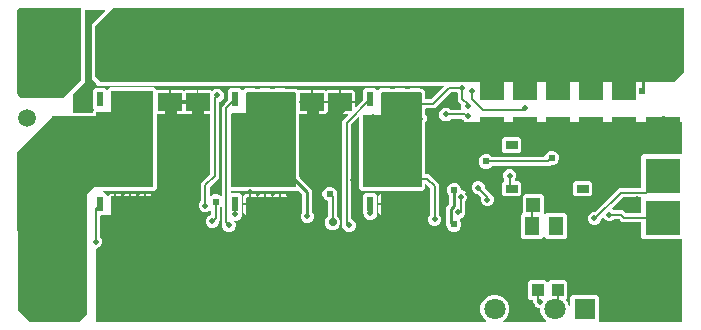
<source format=gbr>
G04 EAGLE Gerber RS-274X export*
G75*
%MOMM*%
%FSLAX34Y34*%
%LPD*%
%INBottom Copper*%
%IPPOS*%
%AMOC8*
5,1,8,0,0,1.08239X$1,22.5*%
G01*
%ADD10R,0.610000X1.270000*%
%ADD11R,0.610000X1.020000*%
%ADD12R,3.910000X3.810000*%
%ADD13R,1.000000X1.100000*%
%ADD14R,2.000000X1.500000*%
%ADD15R,1.800000X1.800000*%
%ADD16C,1.800000*%
%ADD17R,3.000000X3.000000*%
%ADD18R,1.300000X1.600000*%
%ADD19R,1.200000X1.200000*%
%ADD20R,1.000000X0.700000*%
%ADD21C,0.504000*%
%ADD22C,0.604000*%
%ADD23C,1.500000*%
%ADD24C,0.254000*%
%ADD25C,1.016000*%
%ADD26C,0.700000*%
%ADD27C,0.152400*%
%ADD28C,0.508000*%
%ADD29C,0.825000*%

G36*
X381363Y173817D02*
X381363Y173817D01*
X381350Y173892D01*
X381343Y173902D01*
X381341Y173912D01*
X381317Y173940D01*
X381269Y174012D01*
X380133Y175148D01*
X380068Y175188D01*
X380006Y175232D01*
X379994Y175234D01*
X379985Y175239D01*
X379948Y175243D01*
X379864Y175259D01*
X370617Y175259D01*
X370543Y175242D01*
X370468Y175229D01*
X370458Y175222D01*
X370448Y175220D01*
X370420Y175196D01*
X370348Y175148D01*
X368702Y173501D01*
X364088Y173501D01*
X360826Y176763D01*
X360826Y181377D01*
X364088Y184639D01*
X368702Y184639D01*
X370348Y182992D01*
X370413Y182952D01*
X370475Y182908D01*
X370487Y182906D01*
X370496Y182901D01*
X370533Y182897D01*
X370617Y182881D01*
X379191Y182881D01*
X379216Y182887D01*
X379242Y182884D01*
X379299Y182906D01*
X379360Y182920D01*
X379380Y182937D01*
X379404Y182946D01*
X379446Y182991D01*
X379493Y183030D01*
X379504Y183054D01*
X379521Y183073D01*
X379539Y183132D01*
X379564Y183189D01*
X379563Y183214D01*
X379571Y183239D01*
X379560Y183300D01*
X379558Y183362D01*
X379545Y183384D01*
X379541Y183410D01*
X379493Y183481D01*
X379475Y183514D01*
X379467Y183520D01*
X379460Y183530D01*
X379241Y183748D01*
X379241Y187347D01*
X379224Y187421D01*
X379211Y187496D01*
X379204Y187506D01*
X379202Y187516D01*
X379178Y187545D01*
X379130Y187616D01*
X378898Y187848D01*
X376554Y190192D01*
X376554Y197073D01*
X376537Y197147D01*
X376524Y197222D01*
X376517Y197232D01*
X376515Y197242D01*
X376491Y197270D01*
X376443Y197342D01*
X376412Y197373D01*
X376347Y197413D01*
X376285Y197457D01*
X376273Y197459D01*
X376264Y197464D01*
X376227Y197468D01*
X376143Y197484D01*
X370671Y197484D01*
X370597Y197467D01*
X370522Y197454D01*
X370512Y197447D01*
X370502Y197445D01*
X370473Y197421D01*
X370402Y197373D01*
X357178Y184149D01*
X349504Y184149D01*
X349454Y184138D01*
X349403Y184136D01*
X349371Y184118D01*
X349335Y184110D01*
X349296Y184077D01*
X349251Y184053D01*
X349230Y184023D01*
X349202Y184000D01*
X349181Y183953D01*
X349151Y183911D01*
X349143Y183869D01*
X349131Y183841D01*
X349132Y183811D01*
X349124Y183769D01*
X349124Y179056D01*
X349124Y179054D01*
X349124Y179053D01*
X349153Y178911D01*
X350074Y176687D01*
X350074Y173833D01*
X349153Y171609D01*
X349152Y171608D01*
X349151Y171606D01*
X349124Y171464D01*
X349124Y128651D01*
X349135Y128601D01*
X349137Y128550D01*
X349155Y128518D01*
X349163Y128482D01*
X349196Y128443D01*
X349220Y128398D01*
X349250Y128377D01*
X349273Y128349D01*
X349320Y128328D01*
X349362Y128298D01*
X349404Y128290D01*
X349432Y128278D01*
X349462Y128279D01*
X349504Y128271D01*
X352098Y128271D01*
X354554Y125816D01*
X358225Y122144D01*
X358337Y122032D01*
X360681Y119688D01*
X360681Y94392D01*
X360698Y94318D01*
X360711Y94243D01*
X360718Y94233D01*
X360720Y94223D01*
X360744Y94195D01*
X360792Y94123D01*
X360904Y94012D01*
X361591Y93324D01*
X362439Y91278D01*
X362439Y89062D01*
X361591Y87016D01*
X360024Y85449D01*
X357978Y84601D01*
X355762Y84601D01*
X353716Y85449D01*
X352149Y87016D01*
X351301Y89062D01*
X351301Y91278D01*
X352149Y93324D01*
X352836Y94012D01*
X352948Y94123D01*
X352988Y94188D01*
X353032Y94250D01*
X353034Y94262D01*
X353039Y94271D01*
X353043Y94308D01*
X353059Y94392D01*
X353059Y116374D01*
X353042Y116448D01*
X353029Y116523D01*
X353022Y116533D01*
X353020Y116543D01*
X352996Y116572D01*
X352948Y116643D01*
X349773Y119818D01*
X349751Y119832D01*
X349735Y119851D01*
X349687Y119873D01*
X349647Y119901D01*
X349635Y119903D01*
X349626Y119909D01*
X349600Y119912D01*
X349576Y119922D01*
X349544Y119921D01*
X349505Y119929D01*
X349504Y119929D01*
X349481Y119923D01*
X349453Y119926D01*
X349429Y119917D01*
X349403Y119916D01*
X349369Y119897D01*
X349335Y119889D01*
X349317Y119874D01*
X349291Y119864D01*
X349274Y119845D01*
X349251Y119833D01*
X349229Y119802D01*
X349202Y119779D01*
X349192Y119757D01*
X349174Y119737D01*
X349166Y119712D01*
X349151Y119691D01*
X349143Y119648D01*
X349131Y119621D01*
X349132Y119596D01*
X349124Y119571D01*
X349126Y119561D01*
X349124Y119549D01*
X349124Y116584D01*
X346966Y114426D01*
X342365Y114426D01*
X342291Y114409D01*
X342217Y114396D01*
X342206Y114389D01*
X342197Y114387D01*
X342168Y114363D01*
X342136Y114341D01*
X300481Y114341D01*
X300459Y114355D01*
X300397Y114399D01*
X300385Y114401D01*
X300376Y114406D01*
X300339Y114410D01*
X300255Y114426D01*
X295019Y114426D01*
X292861Y116584D01*
X292861Y176034D01*
X292855Y176059D01*
X292858Y176085D01*
X292836Y176143D01*
X292822Y176203D01*
X292805Y176223D01*
X292796Y176247D01*
X292751Y176289D01*
X292712Y176336D01*
X292688Y176347D01*
X292669Y176365D01*
X292610Y176382D01*
X292553Y176407D01*
X292528Y176406D01*
X292503Y176414D01*
X292442Y176403D01*
X292380Y176401D01*
X292358Y176388D01*
X292332Y176384D01*
X292261Y176336D01*
X292228Y176318D01*
X292222Y176310D01*
X292212Y176303D01*
X286497Y170588D01*
X286457Y170523D01*
X286413Y170461D01*
X286411Y170449D01*
X286406Y170441D01*
X286402Y170404D01*
X286386Y170319D01*
X286386Y90837D01*
X286405Y90722D01*
X286422Y90606D01*
X286424Y90600D01*
X286425Y90594D01*
X286480Y90491D01*
X286533Y90387D01*
X286538Y90382D01*
X286541Y90377D01*
X286625Y90297D01*
X286709Y90214D01*
X286715Y90211D01*
X286719Y90207D01*
X286736Y90199D01*
X286856Y90133D01*
X287634Y89811D01*
X289201Y88244D01*
X290049Y86198D01*
X290049Y83982D01*
X289201Y81936D01*
X287634Y80369D01*
X285588Y79521D01*
X283372Y79521D01*
X281326Y80369D01*
X279759Y81936D01*
X279406Y82788D01*
X279371Y82844D01*
X279346Y82904D01*
X279294Y82969D01*
X279276Y82997D01*
X279261Y83009D01*
X279241Y83035D01*
X278764Y83512D01*
X278764Y173633D01*
X281108Y175977D01*
X283911Y178780D01*
X283925Y178802D01*
X283944Y178818D01*
X283970Y178875D01*
X284002Y178927D01*
X284005Y178953D01*
X284015Y178977D01*
X284013Y179038D01*
X284019Y179100D01*
X284010Y179124D01*
X284009Y179150D01*
X283979Y179204D01*
X283957Y179262D01*
X283938Y179279D01*
X283926Y179302D01*
X283876Y179337D01*
X283830Y179379D01*
X283805Y179387D01*
X283784Y179402D01*
X283700Y179418D01*
X283664Y179429D01*
X283654Y179427D01*
X283642Y179429D01*
X277621Y179429D01*
X277621Y188709D01*
X289401Y188709D01*
X289401Y185188D01*
X289407Y185163D01*
X289404Y185137D01*
X289426Y185079D01*
X289440Y185019D01*
X289457Y184999D01*
X289466Y184975D01*
X289511Y184933D01*
X289550Y184886D01*
X289574Y184875D01*
X289593Y184857D01*
X289652Y184840D01*
X289709Y184815D01*
X289734Y184816D01*
X289759Y184808D01*
X289820Y184819D01*
X289882Y184821D01*
X289904Y184834D01*
X289930Y184838D01*
X290001Y184886D01*
X290034Y184904D01*
X290040Y184912D01*
X290050Y184919D01*
X296050Y190919D01*
X296090Y190984D01*
X296134Y191046D01*
X296136Y191058D01*
X296141Y191066D01*
X296145Y191103D01*
X296161Y191188D01*
X296161Y199353D01*
X297947Y201139D01*
X306573Y201139D01*
X308341Y199370D01*
X308384Y199344D01*
X308422Y199309D01*
X308457Y199298D01*
X308488Y199279D01*
X308539Y199274D01*
X308588Y199260D01*
X308624Y199266D01*
X308661Y199262D01*
X308709Y199281D01*
X308759Y199289D01*
X308794Y199313D01*
X308823Y199324D01*
X308844Y199347D01*
X308879Y199370D01*
X310647Y201139D01*
X319273Y201139D01*
X319766Y200645D01*
X319831Y200605D01*
X319893Y200561D01*
X319905Y200559D01*
X319914Y200554D01*
X319951Y200550D01*
X320035Y200534D01*
X322585Y200534D01*
X322659Y200551D01*
X322733Y200564D01*
X322744Y200571D01*
X322753Y200573D01*
X322782Y200597D01*
X322854Y200645D01*
X323347Y201139D01*
X331973Y201139D01*
X332466Y200645D01*
X332531Y200605D01*
X332593Y200561D01*
X332605Y200559D01*
X332614Y200554D01*
X332651Y200550D01*
X332735Y200534D01*
X335285Y200534D01*
X335359Y200551D01*
X335433Y200564D01*
X335444Y200571D01*
X335453Y200573D01*
X335482Y200597D01*
X335554Y200645D01*
X336047Y201139D01*
X344673Y201139D01*
X345166Y200645D01*
X345231Y200605D01*
X345293Y200561D01*
X345305Y200559D01*
X345314Y200554D01*
X345351Y200550D01*
X345435Y200534D01*
X346966Y200534D01*
X349124Y198376D01*
X349124Y192151D01*
X349135Y192101D01*
X349137Y192050D01*
X349155Y192018D01*
X349163Y191982D01*
X349196Y191943D01*
X349220Y191898D01*
X349250Y191877D01*
X349273Y191849D01*
X349320Y191828D01*
X349362Y191798D01*
X349404Y191790D01*
X349432Y191778D01*
X349462Y191779D01*
X349504Y191771D01*
X353864Y191771D01*
X353938Y191788D01*
X354013Y191801D01*
X354023Y191808D01*
X354033Y191810D01*
X354062Y191834D01*
X354133Y191882D01*
X364801Y202550D01*
X364815Y202572D01*
X364834Y202588D01*
X364860Y202645D01*
X364892Y202697D01*
X364895Y202723D01*
X364905Y202747D01*
X364903Y202808D01*
X364909Y202870D01*
X364900Y202894D01*
X364899Y202920D01*
X364869Y202974D01*
X364847Y203032D01*
X364828Y203049D01*
X364816Y203072D01*
X364766Y203107D01*
X364720Y203149D01*
X364695Y203157D01*
X364674Y203172D01*
X364590Y203188D01*
X364554Y203199D01*
X364544Y203197D01*
X364532Y203199D01*
X72680Y203199D01*
X72659Y203214D01*
X72647Y203216D01*
X72639Y203221D01*
X72602Y203225D01*
X72517Y203241D01*
X71897Y203241D01*
X70111Y205027D01*
X70111Y205647D01*
X70094Y205721D01*
X70081Y205796D01*
X70074Y205806D01*
X70072Y205816D01*
X70048Y205845D01*
X70000Y205916D01*
X66674Y209242D01*
X66674Y254943D01*
X78162Y266431D01*
X78176Y266453D01*
X78195Y266469D01*
X78221Y266526D01*
X78253Y266578D01*
X78256Y266604D01*
X78266Y266628D01*
X78264Y266689D01*
X78270Y266751D01*
X78261Y266775D01*
X78260Y266801D01*
X78230Y266855D01*
X78208Y266913D01*
X78189Y266930D01*
X78177Y266953D01*
X78127Y266988D01*
X78081Y267030D01*
X78056Y267038D01*
X78035Y267053D01*
X77951Y267069D01*
X77915Y267080D01*
X77905Y267078D01*
X77893Y267080D01*
X61341Y267080D01*
X61291Y267069D01*
X61240Y267067D01*
X61208Y267049D01*
X61172Y267041D01*
X61133Y267008D01*
X61088Y266984D01*
X61067Y266954D01*
X61039Y266931D01*
X61018Y266884D01*
X60988Y266842D01*
X60980Y266800D01*
X60968Y266772D01*
X60969Y266742D01*
X60961Y266700D01*
X60961Y206702D01*
X50531Y196272D01*
X50491Y196207D01*
X50447Y196145D01*
X50445Y196133D01*
X50440Y196125D01*
X50436Y196088D01*
X50431Y196061D01*
X50427Y196051D01*
X50427Y196041D01*
X50420Y196003D01*
X50420Y180721D01*
X50431Y180671D01*
X50433Y180620D01*
X50451Y180588D01*
X50459Y180552D01*
X50492Y180513D01*
X50516Y180468D01*
X50546Y180447D01*
X50569Y180419D01*
X50616Y180398D01*
X50658Y180368D01*
X50700Y180360D01*
X50728Y180348D01*
X50758Y180349D01*
X50800Y180341D01*
X67056Y180341D01*
X67106Y180352D01*
X67157Y180354D01*
X67189Y180372D01*
X67225Y180380D01*
X67264Y180413D01*
X67309Y180437D01*
X67330Y180467D01*
X67358Y180490D01*
X67379Y180537D01*
X67409Y180579D01*
X67417Y180621D01*
X67429Y180649D01*
X67428Y180679D01*
X67436Y180721D01*
X67436Y181866D01*
X68361Y182790D01*
X68372Y182809D01*
X68385Y182820D01*
X68395Y182842D01*
X68422Y182871D01*
X68433Y182906D01*
X68452Y182937D01*
X68456Y182977D01*
X68456Y182978D01*
X68456Y182981D01*
X68457Y182988D01*
X68471Y183037D01*
X68465Y183073D01*
X68469Y183110D01*
X68450Y183157D01*
X68442Y183208D01*
X68418Y183243D01*
X68407Y183272D01*
X68384Y183293D01*
X68361Y183328D01*
X67561Y184127D01*
X67561Y199353D01*
X69347Y201139D01*
X77973Y201139D01*
X79532Y199579D01*
X79575Y199553D01*
X79613Y199518D01*
X79648Y199507D01*
X79679Y199488D01*
X79730Y199483D01*
X79779Y199469D01*
X79815Y199475D01*
X79852Y199471D01*
X79899Y199490D01*
X79950Y199498D01*
X79985Y199522D01*
X80014Y199533D01*
X80035Y199556D01*
X80070Y199579D01*
X82294Y201804D01*
X119636Y201804D01*
X121869Y199571D01*
X121902Y199550D01*
X121929Y199522D01*
X121975Y199505D01*
X122016Y199479D01*
X122055Y199475D01*
X122092Y199462D01*
X122151Y199466D01*
X122189Y199463D01*
X122209Y199470D01*
X122236Y199472D01*
X122380Y199511D01*
X131954Y199511D01*
X131954Y189851D01*
X131965Y189801D01*
X131967Y189750D01*
X131985Y189718D01*
X131993Y189682D01*
X132026Y189643D01*
X132050Y189598D01*
X132080Y189577D01*
X132103Y189549D01*
X132150Y189528D01*
X132192Y189498D01*
X132234Y189490D01*
X132262Y189478D01*
X132292Y189479D01*
X132334Y189471D01*
X132716Y189471D01*
X132716Y189469D01*
X131953Y189469D01*
X131933Y189466D01*
X131914Y189468D01*
X131812Y189446D01*
X131710Y189429D01*
X131693Y189420D01*
X131673Y189416D01*
X131584Y189363D01*
X131493Y189314D01*
X131479Y189300D01*
X131462Y189290D01*
X131395Y189211D01*
X131324Y189136D01*
X131315Y189118D01*
X131302Y189103D01*
X131263Y189007D01*
X131220Y188913D01*
X131218Y188893D01*
X131210Y188875D01*
X131192Y188708D01*
X131192Y179429D01*
X122381Y179429D01*
X122272Y179458D01*
X122259Y179459D01*
X122246Y179464D01*
X122173Y179461D01*
X122099Y179464D01*
X122087Y179458D01*
X122073Y179458D01*
X122009Y179423D01*
X121942Y179392D01*
X121933Y179381D01*
X121921Y179375D01*
X121879Y179315D01*
X121832Y179258D01*
X121829Y179244D01*
X121821Y179233D01*
X121794Y179091D01*
X121794Y177123D01*
X121811Y177049D01*
X121824Y176974D01*
X121831Y176964D01*
X121833Y176954D01*
X121857Y176926D01*
X121905Y176854D01*
X121921Y176838D01*
X121921Y119072D01*
X121905Y119056D01*
X121892Y119034D01*
X121873Y119019D01*
X121852Y118973D01*
X121821Y118929D01*
X121819Y118917D01*
X121814Y118909D01*
X121811Y118882D01*
X121802Y118860D01*
X121803Y118833D01*
X121794Y118787D01*
X121794Y116584D01*
X119636Y114426D01*
X113765Y114426D01*
X113691Y114409D01*
X113616Y114396D01*
X113606Y114389D01*
X113597Y114387D01*
X113568Y114363D01*
X113536Y114341D01*
X76539Y114341D01*
X76514Y114335D01*
X76488Y114338D01*
X76430Y114316D01*
X76370Y114302D01*
X76350Y114285D01*
X76326Y114276D01*
X76284Y114231D01*
X76237Y114192D01*
X76226Y114168D01*
X76209Y114149D01*
X76191Y114090D01*
X76166Y114033D01*
X76167Y114008D01*
X76159Y113983D01*
X76170Y113922D01*
X76172Y113860D01*
X76185Y113838D01*
X76189Y113812D01*
X76237Y113741D01*
X76255Y113708D01*
X76263Y113702D01*
X76270Y113692D01*
X77612Y112350D01*
X77677Y112310D01*
X77739Y112266D01*
X77751Y112264D01*
X77759Y112259D01*
X77796Y112255D01*
X77881Y112239D01*
X77973Y112239D01*
X79759Y110453D01*
X79759Y110361D01*
X79776Y110287D01*
X79789Y110212D01*
X79796Y110202D01*
X79798Y110192D01*
X79822Y110163D01*
X79870Y110092D01*
X80234Y109729D01*
X80287Y109696D01*
X80336Y109656D01*
X80360Y109650D01*
X80381Y109637D01*
X80443Y109631D01*
X80505Y109617D01*
X80529Y109623D01*
X80553Y109621D01*
X80612Y109643D01*
X80673Y109658D01*
X80692Y109674D01*
X80715Y109682D01*
X80758Y109729D01*
X80806Y109769D01*
X80818Y109794D01*
X80833Y109810D01*
X80843Y109845D01*
X80870Y109899D01*
X80942Y110171D01*
X81277Y110750D01*
X81750Y111223D01*
X82329Y111558D01*
X82975Y111731D01*
X85599Y111731D01*
X85599Y109981D01*
X83820Y109981D01*
X83800Y109978D01*
X83781Y109980D01*
X83679Y109958D01*
X83577Y109942D01*
X83560Y109932D01*
X83540Y109928D01*
X83451Y109875D01*
X83360Y109826D01*
X83346Y109812D01*
X83329Y109802D01*
X83262Y109723D01*
X83191Y109648D01*
X83182Y109630D01*
X83169Y109615D01*
X83130Y109519D01*
X83087Y109425D01*
X83085Y109405D01*
X83077Y109387D01*
X83059Y109220D01*
X83059Y93471D01*
X78318Y93471D01*
X78228Y93456D01*
X78137Y93449D01*
X78118Y93441D01*
X74422Y93441D01*
X74402Y93438D01*
X74383Y93440D01*
X74281Y93418D01*
X74179Y93402D01*
X74162Y93392D01*
X74142Y93388D01*
X74053Y93335D01*
X73962Y93286D01*
X73948Y93272D01*
X73931Y93262D01*
X73864Y93183D01*
X73792Y93108D01*
X73784Y93090D01*
X73771Y93075D01*
X73732Y92979D01*
X73689Y92885D01*
X73687Y92865D01*
X73679Y92847D01*
X73661Y92680D01*
X73661Y75500D01*
X73675Y75410D01*
X73683Y75319D01*
X73695Y75289D01*
X73700Y75257D01*
X73743Y75177D01*
X73779Y75093D01*
X73805Y75061D01*
X73816Y75040D01*
X73839Y75018D01*
X73884Y74962D01*
X74571Y74274D01*
X75419Y72228D01*
X75419Y70012D01*
X74571Y67966D01*
X73004Y66399D01*
X70829Y65498D01*
X70729Y65436D01*
X70629Y65376D01*
X70625Y65372D01*
X70620Y65368D01*
X70545Y65278D01*
X70469Y65189D01*
X70467Y65184D01*
X70463Y65179D01*
X70421Y65070D01*
X70377Y64961D01*
X70376Y64954D01*
X70375Y64949D01*
X70374Y64931D01*
X70359Y64795D01*
X70359Y3810D01*
X70362Y3790D01*
X70360Y3771D01*
X70382Y3669D01*
X70399Y3567D01*
X70408Y3550D01*
X70412Y3530D01*
X70465Y3441D01*
X70514Y3350D01*
X70528Y3336D01*
X70538Y3319D01*
X70617Y3252D01*
X70692Y3180D01*
X70710Y3172D01*
X70725Y3159D01*
X70821Y3120D01*
X70915Y3077D01*
X70935Y3075D01*
X70953Y3067D01*
X71120Y3049D01*
X399714Y3049D01*
X399785Y3060D01*
X399856Y3062D01*
X399905Y3080D01*
X399957Y3088D01*
X400020Y3122D01*
X400087Y3147D01*
X400128Y3179D01*
X400174Y3204D01*
X400223Y3256D01*
X400279Y3300D01*
X400308Y3344D01*
X400343Y3382D01*
X400374Y3447D01*
X400412Y3507D01*
X400425Y3558D01*
X400447Y3605D01*
X400455Y3676D01*
X400473Y3746D01*
X400468Y3798D01*
X400474Y3849D01*
X400459Y3920D01*
X400453Y3991D01*
X400433Y4039D01*
X400422Y4090D01*
X400385Y4151D01*
X400357Y4217D01*
X400312Y4273D01*
X400296Y4301D01*
X400278Y4316D01*
X400252Y4348D01*
X397456Y7145D01*
X395621Y11573D01*
X395621Y16367D01*
X397456Y20795D01*
X400845Y24184D01*
X405273Y26019D01*
X410067Y26019D01*
X414495Y24184D01*
X417884Y20795D01*
X419719Y16367D01*
X419719Y11573D01*
X417884Y7145D01*
X415088Y4348D01*
X415046Y4290D01*
X414997Y4238D01*
X414975Y4191D01*
X414944Y4149D01*
X414923Y4080D01*
X414893Y4015D01*
X414887Y3963D01*
X414872Y3913D01*
X414874Y3842D01*
X414866Y3771D01*
X414877Y3720D01*
X414878Y3668D01*
X414903Y3600D01*
X414918Y3530D01*
X414945Y3485D01*
X414963Y3437D01*
X415008Y3381D01*
X415044Y3319D01*
X415084Y3285D01*
X415116Y3245D01*
X415177Y3206D01*
X415231Y3159D01*
X415279Y3140D01*
X415323Y3112D01*
X415393Y3094D01*
X415459Y3067D01*
X415531Y3059D01*
X415562Y3051D01*
X415585Y3053D01*
X415626Y3049D01*
X450514Y3049D01*
X450585Y3060D01*
X450656Y3062D01*
X450705Y3080D01*
X450757Y3088D01*
X450820Y3122D01*
X450887Y3147D01*
X450928Y3179D01*
X450974Y3204D01*
X451023Y3256D01*
X451079Y3300D01*
X451108Y3344D01*
X451143Y3382D01*
X451174Y3447D01*
X451212Y3507D01*
X451225Y3558D01*
X451247Y3605D01*
X451255Y3676D01*
X451273Y3746D01*
X451268Y3798D01*
X451274Y3849D01*
X451259Y3920D01*
X451253Y3991D01*
X451233Y4039D01*
X451222Y4090D01*
X451185Y4151D01*
X451157Y4217D01*
X451112Y4273D01*
X451096Y4301D01*
X451078Y4316D01*
X451052Y4348D01*
X448256Y7145D01*
X446421Y11573D01*
X446421Y13970D01*
X446418Y13990D01*
X446420Y14009D01*
X446398Y14111D01*
X446382Y14213D01*
X446372Y14230D01*
X446368Y14250D01*
X446315Y14339D01*
X446266Y14430D01*
X446252Y14444D01*
X446242Y14461D01*
X446163Y14528D01*
X446088Y14600D01*
X446070Y14608D01*
X446055Y14621D01*
X445959Y14660D01*
X445865Y14703D01*
X445845Y14705D01*
X445827Y14713D01*
X445660Y14731D01*
X444658Y14731D01*
X442604Y15582D01*
X441032Y17154D01*
X440181Y19208D01*
X440181Y21170D01*
X440178Y21190D01*
X440180Y21209D01*
X440158Y21311D01*
X440142Y21413D01*
X440132Y21430D01*
X440128Y21450D01*
X440075Y21539D01*
X440026Y21630D01*
X440012Y21644D01*
X440002Y21661D01*
X439923Y21728D01*
X439848Y21800D01*
X439830Y21808D01*
X439815Y21821D01*
X439719Y21860D01*
X439625Y21903D01*
X439605Y21905D01*
X439587Y21913D01*
X439420Y21931D01*
X437992Y21931D01*
X436206Y23717D01*
X436206Y37243D01*
X437992Y39029D01*
X450518Y39029D01*
X452217Y37330D01*
X452233Y37318D01*
X452245Y37303D01*
X452333Y37247D01*
X452416Y37186D01*
X452435Y37180D01*
X452452Y37170D01*
X452553Y37144D01*
X452652Y37114D01*
X452671Y37114D01*
X452691Y37110D01*
X452794Y37118D01*
X452897Y37120D01*
X452916Y37127D01*
X452936Y37129D01*
X453031Y37169D01*
X453128Y37205D01*
X453144Y37217D01*
X453162Y37225D01*
X453293Y37330D01*
X454992Y39029D01*
X467518Y39029D01*
X469304Y37243D01*
X469304Y23717D01*
X468071Y22485D01*
X468060Y22469D01*
X468044Y22456D01*
X467988Y22369D01*
X467928Y22285D01*
X467922Y22266D01*
X467911Y22249D01*
X467886Y22149D01*
X467855Y22050D01*
X467856Y22030D01*
X467851Y22011D01*
X467859Y21908D01*
X467862Y21804D01*
X467869Y21785D01*
X467870Y21765D01*
X467911Y21671D01*
X467946Y21573D01*
X467959Y21557D01*
X467966Y21539D01*
X468071Y21408D01*
X468684Y20795D01*
X470357Y16758D01*
X470408Y16675D01*
X470454Y16589D01*
X470473Y16571D01*
X470486Y16549D01*
X470561Y16487D01*
X470632Y16420D01*
X470656Y16409D01*
X470676Y16392D01*
X470767Y16357D01*
X470855Y16316D01*
X470881Y16313D01*
X470905Y16304D01*
X471003Y16300D01*
X471099Y16289D01*
X471125Y16294D01*
X471151Y16293D01*
X471245Y16320D01*
X471340Y16341D01*
X471362Y16355D01*
X471387Y16362D01*
X471467Y16417D01*
X471551Y16467D01*
X471568Y16487D01*
X471589Y16502D01*
X471648Y16580D01*
X471711Y16654D01*
X471721Y16678D01*
X471736Y16699D01*
X471766Y16792D01*
X471803Y16882D01*
X471806Y16915D01*
X471812Y16933D01*
X471812Y16966D01*
X471821Y17049D01*
X471821Y24233D01*
X473607Y26019D01*
X494133Y26019D01*
X495919Y24233D01*
X495919Y3810D01*
X495922Y3790D01*
X495920Y3771D01*
X495942Y3669D01*
X495958Y3567D01*
X495968Y3550D01*
X495972Y3530D01*
X496025Y3441D01*
X496074Y3350D01*
X496088Y3336D01*
X496098Y3319D01*
X496177Y3252D01*
X496252Y3180D01*
X496270Y3172D01*
X496285Y3159D01*
X496381Y3120D01*
X496475Y3077D01*
X496495Y3075D01*
X496513Y3067D01*
X496680Y3049D01*
X565660Y3049D01*
X565680Y3052D01*
X565699Y3050D01*
X565801Y3072D01*
X565903Y3088D01*
X565920Y3098D01*
X565940Y3102D01*
X566029Y3155D01*
X566120Y3204D01*
X566134Y3218D01*
X566151Y3228D01*
X566218Y3307D01*
X566290Y3382D01*
X566298Y3400D01*
X566311Y3415D01*
X566350Y3511D01*
X566393Y3605D01*
X566395Y3625D01*
X566403Y3643D01*
X566421Y3810D01*
X566421Y72630D01*
X566418Y72650D01*
X566420Y72669D01*
X566398Y72771D01*
X566382Y72873D01*
X566372Y72890D01*
X566368Y72910D01*
X566315Y72999D01*
X566266Y73090D01*
X566252Y73104D01*
X566242Y73121D01*
X566163Y73188D01*
X566088Y73260D01*
X566070Y73268D01*
X566055Y73281D01*
X565959Y73320D01*
X565865Y73363D01*
X565845Y73365D01*
X565827Y73373D01*
X565660Y73391D01*
X533647Y73391D01*
X531861Y75177D01*
X531861Y86868D01*
X531858Y86888D01*
X531860Y86907D01*
X531838Y87009D01*
X531822Y87111D01*
X531812Y87128D01*
X531808Y87148D01*
X531755Y87237D01*
X531706Y87328D01*
X531692Y87342D01*
X531682Y87359D01*
X531603Y87426D01*
X531528Y87498D01*
X531510Y87506D01*
X531495Y87519D01*
X531399Y87558D01*
X531305Y87601D01*
X531285Y87603D01*
X531267Y87611D01*
X531100Y87629D01*
X515947Y87629D01*
X513629Y89946D01*
X513556Y89999D01*
X513486Y90059D01*
X513456Y90071D01*
X513430Y90090D01*
X513343Y90117D01*
X513258Y90151D01*
X513217Y90155D01*
X513195Y90162D01*
X513162Y90161D01*
X513091Y90169D01*
X509205Y90169D01*
X509115Y90155D01*
X509024Y90147D01*
X508994Y90135D01*
X508962Y90130D01*
X508882Y90087D01*
X508798Y90051D01*
X508766Y90025D01*
X508745Y90014D01*
X508723Y89991D01*
X508667Y89946D01*
X507979Y89259D01*
X505933Y88411D01*
X503717Y88411D01*
X501671Y89259D01*
X500104Y90826D01*
X499974Y91141D01*
X499949Y91180D01*
X499934Y91223D01*
X499885Y91284D01*
X499844Y91350D01*
X499808Y91379D01*
X499780Y91415D01*
X499714Y91457D01*
X499654Y91507D01*
X499612Y91523D01*
X499573Y91548D01*
X499497Y91567D01*
X499425Y91595D01*
X499379Y91597D01*
X499334Y91608D01*
X499257Y91602D01*
X499179Y91605D01*
X499135Y91592D01*
X499089Y91589D01*
X499018Y91558D01*
X498943Y91537D01*
X498905Y91511D01*
X498863Y91493D01*
X498756Y91407D01*
X498741Y91396D01*
X498738Y91392D01*
X498732Y91388D01*
X497917Y90572D01*
X497864Y90498D01*
X497804Y90429D01*
X497792Y90399D01*
X497773Y90373D01*
X497746Y90286D01*
X497712Y90201D01*
X497708Y90160D01*
X497701Y90138D01*
X497702Y90105D01*
X497694Y90034D01*
X497694Y89697D01*
X496846Y87651D01*
X495279Y86084D01*
X493233Y85236D01*
X491017Y85236D01*
X488971Y86084D01*
X487404Y87651D01*
X486556Y89697D01*
X486556Y91913D01*
X487404Y93959D01*
X488971Y95526D01*
X491017Y96374D01*
X492624Y96374D01*
X492714Y96388D01*
X492805Y96396D01*
X492835Y96408D01*
X492867Y96413D01*
X492948Y96456D01*
X493032Y96492D01*
X493064Y96518D01*
X493084Y96529D01*
X493107Y96552D01*
X493162Y96597D01*
X513054Y116488D01*
X531100Y116488D01*
X531120Y116491D01*
X531139Y116489D01*
X531241Y116511D01*
X531343Y116527D01*
X531360Y116537D01*
X531380Y116541D01*
X531469Y116594D01*
X531560Y116643D01*
X531574Y116657D01*
X531591Y116667D01*
X531658Y116746D01*
X531730Y116821D01*
X531738Y116839D01*
X531751Y116854D01*
X531790Y116950D01*
X531833Y117044D01*
X531835Y117064D01*
X531843Y117082D01*
X531861Y117249D01*
X531861Y143263D01*
X533647Y145049D01*
X565660Y145049D01*
X565680Y145052D01*
X565699Y145050D01*
X565801Y145072D01*
X565903Y145088D01*
X565920Y145098D01*
X565940Y145102D01*
X566029Y145155D01*
X566120Y145204D01*
X566134Y145218D01*
X566151Y145228D01*
X566218Y145307D01*
X566290Y145382D01*
X566298Y145400D01*
X566311Y145415D01*
X566350Y145511D01*
X566393Y145605D01*
X566395Y145625D01*
X566403Y145643D01*
X566421Y145810D01*
X566421Y171450D01*
X566418Y171470D01*
X566420Y171489D01*
X566398Y171591D01*
X566382Y171693D01*
X566372Y171710D01*
X566368Y171730D01*
X566315Y171819D01*
X566266Y171910D01*
X566252Y171924D01*
X566242Y171941D01*
X566163Y172008D01*
X566088Y172080D01*
X566070Y172088D01*
X566055Y172101D01*
X565959Y172140D01*
X565865Y172183D01*
X565845Y172185D01*
X565827Y172193D01*
X565660Y172211D01*
X552068Y172211D01*
X552068Y177165D01*
X552065Y177185D01*
X552067Y177204D01*
X552045Y177306D01*
X552028Y177408D01*
X552019Y177425D01*
X552015Y177445D01*
X551962Y177534D01*
X551913Y177625D01*
X551899Y177639D01*
X551889Y177656D01*
X551810Y177723D01*
X551735Y177795D01*
X551717Y177803D01*
X551702Y177816D01*
X551606Y177855D01*
X551512Y177898D01*
X551492Y177900D01*
X551474Y177908D01*
X551307Y177926D01*
X549783Y177926D01*
X549763Y177923D01*
X549744Y177925D01*
X549642Y177903D01*
X549540Y177887D01*
X549523Y177877D01*
X549503Y177873D01*
X549414Y177820D01*
X549323Y177771D01*
X549309Y177757D01*
X549292Y177747D01*
X549225Y177668D01*
X549154Y177593D01*
X549145Y177575D01*
X549132Y177560D01*
X549093Y177464D01*
X549050Y177370D01*
X549048Y177350D01*
X549040Y177332D01*
X549022Y177165D01*
X549022Y172211D01*
X381380Y172211D01*
X381380Y173743D01*
X381363Y173817D01*
G37*
G36*
X558890Y206264D02*
X558890Y206264D01*
X558981Y206271D01*
X559011Y206283D01*
X559043Y206289D01*
X559123Y206331D01*
X559207Y206367D01*
X559239Y206393D01*
X559260Y206404D01*
X559282Y206427D01*
X559338Y206472D01*
X567976Y215110D01*
X568029Y215184D01*
X568089Y215253D01*
X568101Y215283D01*
X568120Y215309D01*
X568147Y215396D01*
X568181Y215481D01*
X568185Y215522D01*
X568192Y215545D01*
X568191Y215577D01*
X568199Y215648D01*
X568199Y268378D01*
X568196Y268398D01*
X568198Y268417D01*
X568176Y268519D01*
X568160Y268621D01*
X568150Y268638D01*
X568146Y268658D01*
X568093Y268747D01*
X568044Y268838D01*
X568030Y268852D01*
X568020Y268869D01*
X567941Y268936D01*
X567866Y269008D01*
X567848Y269016D01*
X567833Y269029D01*
X567737Y269068D01*
X567643Y269111D01*
X567623Y269113D01*
X567605Y269121D01*
X567438Y269139D01*
X85498Y269139D01*
X85408Y269125D01*
X85317Y269117D01*
X85287Y269105D01*
X85255Y269100D01*
X85175Y269057D01*
X85091Y269021D01*
X85059Y268995D01*
X85038Y268984D01*
X85016Y268961D01*
X84960Y268916D01*
X69947Y253903D01*
X69894Y253829D01*
X69834Y253760D01*
X69822Y253730D01*
X69803Y253704D01*
X69776Y253617D01*
X69742Y253532D01*
X69738Y253491D01*
X69731Y253468D01*
X69732Y253436D01*
X69724Y253365D01*
X69724Y210820D01*
X69729Y210785D01*
X69729Y210777D01*
X69738Y210734D01*
X69739Y210730D01*
X69746Y210639D01*
X69758Y210609D01*
X69764Y210577D01*
X69778Y210550D01*
X69781Y210536D01*
X69810Y210487D01*
X69842Y210413D01*
X69868Y210381D01*
X69879Y210360D01*
X69897Y210343D01*
X69907Y210325D01*
X69922Y210312D01*
X69947Y210282D01*
X73757Y206472D01*
X73831Y206419D01*
X73900Y206359D01*
X73930Y206347D01*
X73956Y206328D01*
X74043Y206301D01*
X74128Y206267D01*
X74169Y206263D01*
X74192Y206256D01*
X74224Y206257D01*
X74295Y206249D01*
X558800Y206249D01*
X558890Y206264D01*
G37*
G36*
X55970Y3064D02*
X55970Y3064D01*
X56061Y3071D01*
X56091Y3083D01*
X56123Y3089D01*
X56203Y3131D01*
X56287Y3167D01*
X56319Y3193D01*
X56340Y3204D01*
X56362Y3227D01*
X56418Y3272D01*
X62768Y9622D01*
X62821Y9696D01*
X62881Y9765D01*
X62893Y9795D01*
X62912Y9821D01*
X62939Y9908D01*
X62973Y9993D01*
X62977Y10034D01*
X62984Y10057D01*
X62983Y10089D01*
X62991Y10160D01*
X62991Y111445D01*
X70165Y118619D01*
X70486Y118619D01*
X70486Y118110D01*
X70497Y118045D01*
X70499Y117979D01*
X70517Y117936D01*
X70525Y117889D01*
X70559Y117832D01*
X70584Y117772D01*
X70615Y117737D01*
X70640Y117696D01*
X70691Y117655D01*
X70735Y117606D01*
X70777Y117584D01*
X70814Y117555D01*
X70876Y117534D01*
X70935Y117503D01*
X70989Y117495D01*
X71026Y117483D01*
X71066Y117484D01*
X71120Y117476D01*
X118110Y117476D01*
X118175Y117487D01*
X118241Y117489D01*
X118284Y117507D01*
X118331Y117515D01*
X118388Y117549D01*
X118448Y117574D01*
X118483Y117605D01*
X118524Y117630D01*
X118566Y117681D01*
X118614Y117725D01*
X118636Y117767D01*
X118665Y117804D01*
X118686Y117866D01*
X118717Y117925D01*
X118725Y117979D01*
X118737Y118016D01*
X118736Y118056D01*
X118744Y118110D01*
X118744Y120236D01*
X118761Y120255D01*
X118773Y120285D01*
X118792Y120311D01*
X118819Y120398D01*
X118853Y120483D01*
X118857Y120524D01*
X118864Y120547D01*
X118863Y120579D01*
X118871Y120650D01*
X118871Y175260D01*
X118857Y175350D01*
X118849Y175441D01*
X118837Y175471D01*
X118832Y175503D01*
X118789Y175583D01*
X118753Y175667D01*
X118744Y175678D01*
X118744Y198120D01*
X118733Y198185D01*
X118731Y198251D01*
X118713Y198294D01*
X118705Y198341D01*
X118671Y198398D01*
X118646Y198458D01*
X118615Y198493D01*
X118590Y198534D01*
X118539Y198576D01*
X118495Y198624D01*
X118453Y198646D01*
X118416Y198675D01*
X118354Y198696D01*
X118295Y198727D01*
X118241Y198735D01*
X118204Y198747D01*
X118164Y198746D01*
X118110Y198754D01*
X83820Y198754D01*
X83755Y198743D01*
X83689Y198741D01*
X83646Y198723D01*
X83599Y198715D01*
X83542Y198681D01*
X83482Y198656D01*
X83447Y198625D01*
X83406Y198600D01*
X83365Y198549D01*
X83316Y198505D01*
X83294Y198463D01*
X83265Y198426D01*
X83244Y198364D01*
X83213Y198305D01*
X83205Y198251D01*
X83193Y198214D01*
X83194Y198174D01*
X83186Y198120D01*
X83186Y180974D01*
X71120Y180974D01*
X71055Y180963D01*
X70989Y180961D01*
X70946Y180943D01*
X70899Y180935D01*
X70842Y180901D01*
X70782Y180876D01*
X70747Y180845D01*
X70706Y180820D01*
X70665Y180769D01*
X70616Y180725D01*
X70594Y180683D01*
X70565Y180646D01*
X70544Y180584D01*
X70513Y180525D01*
X70505Y180471D01*
X70493Y180434D01*
X70494Y180394D01*
X70486Y180340D01*
X70486Y177291D01*
X33655Y177291D01*
X33565Y177277D01*
X33474Y177269D01*
X33444Y177257D01*
X33412Y177252D01*
X33332Y177209D01*
X33248Y177173D01*
X33216Y177147D01*
X33195Y177136D01*
X33173Y177113D01*
X33117Y177068D01*
X3272Y147223D01*
X3216Y147146D01*
X3155Y147074D01*
X3145Y147047D01*
X3128Y147024D01*
X3100Y146933D01*
X3066Y146845D01*
X3062Y146809D01*
X3056Y146788D01*
X3057Y146756D01*
X3049Y146678D01*
X4337Y13944D01*
X4352Y13858D01*
X4359Y13770D01*
X4373Y13737D01*
X4380Y13702D01*
X4421Y13624D01*
X4456Y13544D01*
X4484Y13508D01*
X4497Y13485D01*
X4520Y13464D01*
X4560Y13413D01*
X14702Y3272D01*
X14776Y3219D01*
X14845Y3159D01*
X14875Y3147D01*
X14901Y3128D01*
X14988Y3101D01*
X15073Y3067D01*
X15114Y3063D01*
X15137Y3056D01*
X15169Y3057D01*
X15240Y3049D01*
X55880Y3049D01*
X55970Y3064D01*
G37*
%LPC*%
G36*
X181696Y79597D02*
X181696Y79597D01*
X179649Y80445D01*
X178083Y82012D01*
X177235Y84059D01*
X177235Y85188D01*
X177218Y85262D01*
X177205Y85337D01*
X177198Y85347D01*
X177196Y85357D01*
X177172Y85386D01*
X177124Y85457D01*
X176529Y86052D01*
X176529Y100509D01*
X176523Y100534D01*
X176526Y100560D01*
X176504Y100617D01*
X176490Y100678D01*
X176473Y100697D01*
X176464Y100722D01*
X176419Y100763D01*
X176380Y100811D01*
X176356Y100822D01*
X176337Y100839D01*
X176278Y100857D01*
X176221Y100882D01*
X176196Y100881D01*
X176171Y100888D01*
X176110Y100878D01*
X176048Y100875D01*
X176026Y100863D01*
X176000Y100859D01*
X175929Y100810D01*
X175896Y100793D01*
X175890Y100785D01*
X175880Y100778D01*
X175570Y100468D01*
X175530Y100403D01*
X175486Y100341D01*
X175484Y100329D01*
X175479Y100320D01*
X175475Y100283D01*
X175459Y100199D01*
X175459Y89849D01*
X175230Y89620D01*
X174278Y88667D01*
X174166Y88556D01*
X174126Y88491D01*
X174082Y88429D01*
X174080Y88417D01*
X174075Y88409D01*
X174071Y88372D01*
X174055Y88287D01*
X174055Y87157D01*
X173207Y85111D01*
X171640Y83544D01*
X169594Y82696D01*
X167378Y82696D01*
X165332Y83544D01*
X163765Y85111D01*
X162917Y87157D01*
X162917Y89373D01*
X163765Y91419D01*
X165332Y92986D01*
X167367Y93829D01*
X167375Y93834D01*
X167457Y93834D01*
X167507Y93845D01*
X167558Y93847D01*
X167590Y93865D01*
X167626Y93873D01*
X167665Y93906D01*
X167710Y93930D01*
X167731Y93960D01*
X167759Y93983D01*
X167780Y94030D01*
X167810Y94072D01*
X167818Y94114D01*
X167830Y94142D01*
X167829Y94172D01*
X167837Y94214D01*
X167837Y98084D01*
X167831Y98109D01*
X167834Y98135D01*
X167812Y98192D01*
X167798Y98253D01*
X167781Y98273D01*
X167772Y98297D01*
X167727Y98339D01*
X167688Y98386D01*
X167664Y98397D01*
X167645Y98414D01*
X167586Y98432D01*
X167529Y98457D01*
X167504Y98456D01*
X167479Y98464D01*
X167418Y98453D01*
X167356Y98451D01*
X167334Y98438D01*
X167308Y98434D01*
X167237Y98386D01*
X167204Y98368D01*
X167198Y98360D01*
X167188Y98353D01*
X166538Y97703D01*
X166538Y97702D01*
X165714Y96879D01*
X163668Y96031D01*
X161452Y96031D01*
X159406Y96879D01*
X157839Y98446D01*
X156991Y100492D01*
X156991Y102708D01*
X157839Y104754D01*
X158526Y105442D01*
X158638Y105553D01*
X158678Y105618D01*
X158722Y105680D01*
X158724Y105692D01*
X158729Y105701D01*
X158733Y105738D01*
X158749Y105822D01*
X158749Y120323D01*
X166893Y128467D01*
X166933Y128532D01*
X166977Y128594D01*
X166979Y128606D01*
X166984Y128614D01*
X166988Y128651D01*
X167004Y128736D01*
X167004Y179057D01*
X167001Y179070D01*
X167003Y179084D01*
X166982Y179154D01*
X166965Y179226D01*
X166956Y179236D01*
X166952Y179249D01*
X166901Y179302D01*
X166855Y179359D01*
X166842Y179365D01*
X166833Y179375D01*
X166764Y179400D01*
X166696Y179430D01*
X166683Y179430D01*
X166670Y179434D01*
X166595Y179429D01*
X157733Y179429D01*
X157733Y188708D01*
X157730Y188728D01*
X157732Y188747D01*
X157710Y188849D01*
X157693Y188951D01*
X157684Y188968D01*
X157680Y188988D01*
X157627Y189077D01*
X157578Y189168D01*
X157564Y189182D01*
X157554Y189199D01*
X157475Y189266D01*
X157400Y189337D01*
X157382Y189346D01*
X157367Y189359D01*
X157271Y189398D01*
X157177Y189441D01*
X157157Y189443D01*
X157139Y189451D01*
X156972Y189469D01*
X156209Y189469D01*
X156209Y189471D01*
X156591Y189471D01*
X156641Y189482D01*
X156692Y189484D01*
X156724Y189502D01*
X156760Y189510D01*
X156799Y189543D01*
X156844Y189567D01*
X156865Y189597D01*
X156893Y189621D01*
X156914Y189667D01*
X156944Y189709D01*
X156952Y189751D01*
X156964Y189779D01*
X156963Y189809D01*
X156971Y189851D01*
X156971Y199511D01*
X166545Y199511D01*
X167191Y199338D01*
X167770Y199003D01*
X168068Y198706D01*
X168111Y198679D01*
X168148Y198644D01*
X168184Y198634D01*
X168215Y198614D01*
X168265Y198609D01*
X168314Y198595D01*
X168351Y198601D01*
X168387Y198598D01*
X168435Y198616D01*
X168485Y198625D01*
X168520Y198648D01*
X168549Y198659D01*
X168570Y198682D01*
X168605Y198706D01*
X170413Y200514D01*
X175027Y200514D01*
X178289Y197252D01*
X178289Y192638D01*
X175027Y189376D01*
X175006Y189376D01*
X174956Y189365D01*
X174905Y189363D01*
X174873Y189345D01*
X174837Y189337D01*
X174798Y189304D01*
X174753Y189280D01*
X174732Y189250D01*
X174704Y189227D01*
X174683Y189180D01*
X174653Y189138D01*
X174645Y189096D01*
X174633Y189068D01*
X174634Y189038D01*
X174626Y188996D01*
X174626Y125422D01*
X166482Y117278D01*
X166442Y117213D01*
X166398Y117151D01*
X166396Y117139D01*
X166391Y117131D01*
X166387Y117094D01*
X166371Y117009D01*
X166371Y109351D01*
X166377Y109326D01*
X166374Y109300D01*
X166396Y109243D01*
X166410Y109182D01*
X166427Y109163D01*
X166436Y109138D01*
X166481Y109097D01*
X166520Y109049D01*
X166544Y109038D01*
X166563Y109021D01*
X166622Y109003D01*
X166679Y108978D01*
X166704Y108979D01*
X166729Y108972D01*
X166790Y108982D01*
X166852Y108985D01*
X166874Y108997D01*
X166900Y109001D01*
X166971Y109050D01*
X167004Y109067D01*
X167010Y109075D01*
X167020Y109082D01*
X168210Y110273D01*
X170441Y111197D01*
X172855Y111197D01*
X175086Y110273D01*
X175880Y109478D01*
X175902Y109465D01*
X175918Y109445D01*
X175975Y109420D01*
X176027Y109387D01*
X176053Y109384D01*
X176077Y109374D01*
X176138Y109376D01*
X176200Y109370D01*
X176224Y109380D01*
X176250Y109381D01*
X176304Y109410D01*
X176362Y109432D01*
X176379Y109451D01*
X176402Y109463D01*
X176437Y109514D01*
X176479Y109559D01*
X176487Y109584D01*
X176502Y109605D01*
X176518Y109690D01*
X176529Y109725D01*
X176527Y109735D01*
X176529Y109747D01*
X176529Y185698D01*
X181750Y190919D01*
X181790Y190984D01*
X181834Y191046D01*
X181836Y191058D01*
X181841Y191066D01*
X181845Y191103D01*
X181861Y191188D01*
X181861Y199353D01*
X183647Y201139D01*
X192273Y201139D01*
X194041Y199370D01*
X194084Y199344D01*
X194122Y199309D01*
X194157Y199298D01*
X194188Y199279D01*
X194239Y199274D01*
X194288Y199260D01*
X194324Y199266D01*
X194361Y199262D01*
X194408Y199281D01*
X194459Y199289D01*
X194494Y199313D01*
X194523Y199324D01*
X194544Y199347D01*
X194579Y199370D01*
X196347Y201139D01*
X204973Y201139D01*
X205466Y200645D01*
X205531Y200605D01*
X205593Y200561D01*
X205605Y200559D01*
X205614Y200554D01*
X205651Y200550D01*
X205735Y200534D01*
X208285Y200534D01*
X208359Y200551D01*
X208433Y200564D01*
X208444Y200571D01*
X208453Y200573D01*
X208482Y200597D01*
X208554Y200645D01*
X209047Y201139D01*
X217673Y201139D01*
X218166Y200645D01*
X218231Y200605D01*
X218293Y200561D01*
X218305Y200559D01*
X218314Y200554D01*
X218351Y200550D01*
X218435Y200534D01*
X220985Y200534D01*
X221059Y200551D01*
X221133Y200564D01*
X221144Y200571D01*
X221153Y200573D01*
X221182Y200597D01*
X221254Y200645D01*
X221747Y201139D01*
X230373Y201139D01*
X230866Y200645D01*
X230931Y200605D01*
X230993Y200561D01*
X231005Y200559D01*
X231014Y200554D01*
X231051Y200550D01*
X231135Y200534D01*
X240286Y200534D01*
X241606Y199214D01*
X241607Y199213D01*
X241608Y199212D01*
X241679Y199168D01*
X241753Y199122D01*
X241754Y199122D01*
X241755Y199121D01*
X241841Y199114D01*
X241926Y199106D01*
X241927Y199106D01*
X241928Y199106D01*
X242065Y199153D01*
X242384Y199338D01*
X243030Y199511D01*
X252604Y199511D01*
X252604Y190231D01*
X242824Y190231D01*
X242774Y190220D01*
X242723Y190218D01*
X242691Y190200D01*
X242655Y190192D01*
X242616Y190159D01*
X242571Y190135D01*
X242550Y190105D01*
X242522Y190081D01*
X242501Y190035D01*
X242471Y189993D01*
X242463Y189951D01*
X242451Y189923D01*
X242452Y189893D01*
X242444Y189851D01*
X242444Y189089D01*
X242455Y189039D01*
X242457Y188988D01*
X242475Y188956D01*
X242483Y188920D01*
X242516Y188881D01*
X242540Y188836D01*
X242570Y188815D01*
X242593Y188787D01*
X242640Y188766D01*
X242682Y188736D01*
X242724Y188728D01*
X242752Y188716D01*
X242782Y188717D01*
X242824Y188709D01*
X252604Y188709D01*
X252604Y179429D01*
X243031Y179429D01*
X242922Y179458D01*
X242909Y179459D01*
X242896Y179464D01*
X242823Y179461D01*
X242749Y179464D01*
X242737Y179458D01*
X242723Y179458D01*
X242659Y179423D01*
X242592Y179392D01*
X242583Y179381D01*
X242571Y179375D01*
X242529Y179315D01*
X242482Y179258D01*
X242479Y179244D01*
X242471Y179233D01*
X242444Y179091D01*
X242444Y125771D01*
X242461Y125697D01*
X242474Y125623D01*
X242481Y125612D01*
X242483Y125603D01*
X242507Y125574D01*
X242555Y125503D01*
X253239Y114819D01*
X253239Y96424D01*
X253256Y96350D01*
X253269Y96275D01*
X253276Y96265D01*
X253278Y96255D01*
X253302Y96227D01*
X253350Y96155D01*
X253462Y96044D01*
X253641Y95864D01*
X254489Y93818D01*
X254489Y91602D01*
X253641Y89556D01*
X252074Y87989D01*
X250028Y87141D01*
X247812Y87141D01*
X245766Y87989D01*
X244199Y89556D01*
X243351Y91602D01*
X243351Y93818D01*
X244199Y95864D01*
X244378Y96044D01*
X244490Y96155D01*
X244530Y96220D01*
X244574Y96282D01*
X244576Y96294D01*
X244581Y96303D01*
X244585Y96340D01*
X244601Y96424D01*
X244601Y111084D01*
X244584Y111158D01*
X244571Y111232D01*
X244564Y111243D01*
X244562Y111252D01*
X244538Y111281D01*
X244490Y111352D01*
X241120Y114723D01*
X241076Y114749D01*
X241039Y114784D01*
X241004Y114795D01*
X240973Y114814D01*
X240922Y114819D01*
X240873Y114833D01*
X240837Y114827D01*
X240800Y114831D01*
X240753Y114812D01*
X240702Y114804D01*
X240667Y114780D01*
X240638Y114769D01*
X240617Y114746D01*
X240582Y114723D01*
X240286Y114426D01*
X228065Y114426D01*
X227991Y114409D01*
X227917Y114396D01*
X227906Y114389D01*
X227897Y114387D01*
X227868Y114363D01*
X227836Y114341D01*
X186181Y114341D01*
X186159Y114355D01*
X186097Y114399D01*
X186085Y114401D01*
X186076Y114406D01*
X186039Y114410D01*
X185955Y114426D01*
X184531Y114426D01*
X184481Y114415D01*
X184430Y114413D01*
X184398Y114395D01*
X184362Y114387D01*
X184323Y114354D01*
X184278Y114330D01*
X184257Y114300D01*
X184229Y114277D01*
X184208Y114230D01*
X184178Y114188D01*
X184170Y114146D01*
X184158Y114118D01*
X184159Y114088D01*
X184151Y114046D01*
X184151Y112619D01*
X184162Y112569D01*
X184164Y112518D01*
X184182Y112486D01*
X184190Y112450D01*
X184223Y112411D01*
X184247Y112366D01*
X184277Y112345D01*
X184300Y112317D01*
X184347Y112296D01*
X184389Y112266D01*
X184431Y112258D01*
X184459Y112246D01*
X184489Y112247D01*
X184531Y112239D01*
X192273Y112239D01*
X194059Y110453D01*
X194059Y95227D01*
X193640Y94809D01*
X193600Y94744D01*
X193556Y94682D01*
X193554Y94670D01*
X193549Y94661D01*
X193545Y94624D01*
X193529Y94540D01*
X193529Y92308D01*
X193407Y92187D01*
X193382Y92182D01*
X193265Y92165D01*
X193260Y92163D01*
X193254Y92162D01*
X193151Y92107D01*
X193046Y92054D01*
X193042Y92049D01*
X193036Y92046D01*
X192956Y91962D01*
X192874Y91878D01*
X192870Y91872D01*
X192867Y91868D01*
X192859Y91851D01*
X192793Y91731D01*
X192681Y91461D01*
X191114Y89894D01*
X189068Y89046D01*
X187717Y89046D01*
X187692Y89040D01*
X187666Y89043D01*
X187609Y89021D01*
X187548Y89007D01*
X187528Y88990D01*
X187504Y88981D01*
X187462Y88936D01*
X187415Y88897D01*
X187404Y88873D01*
X187387Y88854D01*
X187369Y88795D01*
X187344Y88738D01*
X187345Y88713D01*
X187337Y88688D01*
X187348Y88627D01*
X187350Y88565D01*
X187363Y88543D01*
X187367Y88517D01*
X187415Y88446D01*
X187433Y88413D01*
X187441Y88407D01*
X187448Y88397D01*
X187604Y88241D01*
X187613Y88201D01*
X187613Y88155D01*
X187652Y88023D01*
X187655Y88005D01*
X187658Y88001D01*
X187660Y87994D01*
X188373Y86274D01*
X188373Y84059D01*
X187525Y82012D01*
X185958Y80445D01*
X183911Y79597D01*
X181696Y79597D01*
G37*
%LPD*%
G36*
X238825Y117487D02*
X238825Y117487D01*
X238891Y117489D01*
X238934Y117507D01*
X238981Y117515D01*
X239038Y117549D01*
X239098Y117574D01*
X239133Y117605D01*
X239174Y117630D01*
X239216Y117681D01*
X239264Y117725D01*
X239286Y117767D01*
X239315Y117804D01*
X239336Y117866D01*
X239367Y117925D01*
X239375Y117979D01*
X239387Y118016D01*
X239386Y118056D01*
X239394Y118110D01*
X239394Y196850D01*
X239383Y196915D01*
X239381Y196981D01*
X239363Y197024D01*
X239355Y197071D01*
X239321Y197128D01*
X239296Y197188D01*
X239265Y197223D01*
X239240Y197264D01*
X239189Y197306D01*
X239145Y197354D01*
X239103Y197376D01*
X239066Y197405D01*
X239004Y197426D01*
X238945Y197457D01*
X238891Y197465D01*
X238854Y197477D01*
X238814Y197476D01*
X238760Y197484D01*
X198120Y197484D01*
X198055Y197473D01*
X197989Y197471D01*
X197946Y197453D01*
X197899Y197445D01*
X197842Y197411D01*
X197782Y197386D01*
X197747Y197355D01*
X197706Y197330D01*
X197665Y197279D01*
X197616Y197235D01*
X197594Y197193D01*
X197565Y197156D01*
X197544Y197094D01*
X197513Y197035D01*
X197505Y196981D01*
X197493Y196944D01*
X197494Y196904D01*
X197486Y196850D01*
X197486Y179704D01*
X185420Y179704D01*
X185355Y179693D01*
X185289Y179691D01*
X185246Y179673D01*
X185199Y179665D01*
X185142Y179631D01*
X185082Y179606D01*
X185047Y179575D01*
X185006Y179550D01*
X184965Y179499D01*
X184916Y179455D01*
X184894Y179413D01*
X184865Y179376D01*
X184844Y179314D01*
X184813Y179255D01*
X184805Y179201D01*
X184793Y179164D01*
X184794Y179124D01*
X184786Y179070D01*
X184786Y118110D01*
X184797Y118045D01*
X184799Y117979D01*
X184817Y117936D01*
X184825Y117889D01*
X184859Y117832D01*
X184884Y117772D01*
X184915Y117737D01*
X184940Y117696D01*
X184991Y117655D01*
X185035Y117606D01*
X185077Y117584D01*
X185114Y117555D01*
X185176Y117534D01*
X185235Y117503D01*
X185289Y117495D01*
X185326Y117483D01*
X185366Y117484D01*
X185420Y117476D01*
X238760Y117476D01*
X238825Y117487D01*
G37*
G36*
X42635Y192929D02*
X42635Y192929D01*
X42726Y192936D01*
X42756Y192948D01*
X42788Y192954D01*
X42868Y192996D01*
X42952Y193032D01*
X42984Y193058D01*
X43005Y193069D01*
X43027Y193092D01*
X43083Y193137D01*
X57688Y207742D01*
X57741Y207816D01*
X57801Y207885D01*
X57813Y207915D01*
X57832Y207941D01*
X57859Y208028D01*
X57893Y208113D01*
X57897Y208154D01*
X57904Y208177D01*
X57903Y208209D01*
X57911Y208280D01*
X57911Y268378D01*
X57908Y268398D01*
X57910Y268417D01*
X57888Y268519D01*
X57872Y268621D01*
X57862Y268638D01*
X57858Y268658D01*
X57805Y268747D01*
X57756Y268838D01*
X57742Y268852D01*
X57732Y268869D01*
X57653Y268936D01*
X57578Y269008D01*
X57560Y269016D01*
X57545Y269029D01*
X57449Y269068D01*
X57355Y269111D01*
X57335Y269113D01*
X57317Y269121D01*
X57150Y269139D01*
X5488Y269139D01*
X5398Y269125D01*
X5307Y269117D01*
X5277Y269105D01*
X5245Y269100D01*
X5165Y269057D01*
X5081Y269021D01*
X5049Y268995D01*
X5028Y268984D01*
X5006Y268961D01*
X4950Y268916D01*
X3907Y267873D01*
X3854Y267799D01*
X3794Y267730D01*
X3782Y267700D01*
X3763Y267674D01*
X3736Y267587D01*
X3702Y267502D01*
X3698Y267461D01*
X3691Y267438D01*
X3692Y267406D01*
X3684Y267335D01*
X3684Y196215D01*
X3699Y196125D01*
X3706Y196034D01*
X3718Y196004D01*
X3724Y195972D01*
X3766Y195892D01*
X3802Y195808D01*
X3828Y195776D01*
X3839Y195755D01*
X3862Y195733D01*
X3907Y195677D01*
X6447Y193137D01*
X6521Y193084D01*
X6590Y193024D01*
X6620Y193012D01*
X6646Y192993D01*
X6733Y192966D01*
X6818Y192932D01*
X6859Y192928D01*
X6882Y192921D01*
X6914Y192922D01*
X6985Y192914D01*
X42545Y192914D01*
X42635Y192929D01*
G37*
G36*
X345505Y117487D02*
X345505Y117487D01*
X345571Y117489D01*
X345614Y117507D01*
X345661Y117515D01*
X345718Y117549D01*
X345778Y117574D01*
X345813Y117605D01*
X345854Y117630D01*
X345896Y117681D01*
X345944Y117725D01*
X345966Y117767D01*
X345995Y117804D01*
X346016Y117866D01*
X346047Y117925D01*
X346055Y117979D01*
X346067Y118016D01*
X346066Y118056D01*
X346074Y118110D01*
X346074Y196850D01*
X346063Y196915D01*
X346061Y196981D01*
X346043Y197024D01*
X346035Y197071D01*
X346001Y197128D01*
X345976Y197188D01*
X345945Y197223D01*
X345920Y197264D01*
X345869Y197306D01*
X345825Y197354D01*
X345783Y197376D01*
X345746Y197405D01*
X345684Y197426D01*
X345625Y197457D01*
X345571Y197465D01*
X345534Y197477D01*
X345494Y197476D01*
X345440Y197484D01*
X312420Y197484D01*
X312355Y197473D01*
X312289Y197471D01*
X312246Y197453D01*
X312199Y197445D01*
X312142Y197411D01*
X312082Y197386D01*
X312047Y197355D01*
X312006Y197330D01*
X311965Y197279D01*
X311916Y197235D01*
X311894Y197193D01*
X311865Y197156D01*
X311844Y197094D01*
X311813Y197035D01*
X311805Y196981D01*
X311793Y196944D01*
X311794Y196904D01*
X311786Y196850D01*
X311786Y178434D01*
X296545Y178434D01*
X296480Y178423D01*
X296414Y178421D01*
X296371Y178403D01*
X296324Y178395D01*
X296267Y178361D01*
X296207Y178336D01*
X296172Y178305D01*
X296131Y178280D01*
X296090Y178229D01*
X296041Y178185D01*
X296019Y178143D01*
X295990Y178106D01*
X295969Y178044D01*
X295938Y177985D01*
X295930Y177931D01*
X295918Y177894D01*
X295919Y177854D01*
X295911Y177800D01*
X295911Y118110D01*
X295922Y118045D01*
X295924Y117979D01*
X295942Y117936D01*
X295950Y117889D01*
X295984Y117832D01*
X296009Y117772D01*
X296040Y117737D01*
X296065Y117696D01*
X296116Y117655D01*
X296160Y117606D01*
X296202Y117584D01*
X296239Y117555D01*
X296301Y117534D01*
X296360Y117503D01*
X296414Y117495D01*
X296451Y117483D01*
X296491Y117484D01*
X296545Y117476D01*
X345440Y117476D01*
X345505Y117487D01*
G37*
%LPC*%
G36*
X431817Y73406D02*
X431817Y73406D01*
X430031Y75192D01*
X430031Y93718D01*
X431078Y94765D01*
X431131Y94839D01*
X431191Y94908D01*
X431203Y94938D01*
X431222Y94965D01*
X431249Y95052D01*
X431283Y95136D01*
X431287Y95177D01*
X431294Y95200D01*
X431293Y95232D01*
X431301Y95303D01*
X431301Y109498D01*
X433087Y111284D01*
X447613Y111284D01*
X449399Y109498D01*
X449399Y94923D01*
X449410Y94852D01*
X449412Y94781D01*
X449430Y94732D01*
X449438Y94680D01*
X449472Y94617D01*
X449497Y94550D01*
X449529Y94509D01*
X449554Y94463D01*
X449606Y94414D01*
X449650Y94358D01*
X449694Y94329D01*
X449732Y94294D01*
X449797Y94263D01*
X449857Y94225D01*
X449908Y94212D01*
X449955Y94190D01*
X450026Y94182D01*
X450096Y94165D01*
X450148Y94169D01*
X450199Y94163D01*
X450270Y94178D01*
X450341Y94184D01*
X450389Y94204D01*
X450440Y94215D01*
X450501Y94252D01*
X450567Y94280D01*
X450623Y94325D01*
X450651Y94341D01*
X450666Y94359D01*
X450698Y94385D01*
X451817Y95504D01*
X467343Y95504D01*
X469129Y93718D01*
X469129Y75192D01*
X467343Y73406D01*
X451817Y73406D01*
X450118Y75105D01*
X450102Y75117D01*
X450090Y75132D01*
X450002Y75188D01*
X449919Y75249D01*
X449900Y75255D01*
X449883Y75265D01*
X449782Y75291D01*
X449683Y75321D01*
X449664Y75321D01*
X449644Y75325D01*
X449541Y75317D01*
X449438Y75315D01*
X449419Y75308D01*
X449399Y75306D01*
X449304Y75266D01*
X449207Y75230D01*
X449191Y75218D01*
X449173Y75210D01*
X449042Y75105D01*
X447343Y73406D01*
X431817Y73406D01*
G37*
%LPD*%
%LPC*%
G36*
X399478Y132996D02*
X399478Y132996D01*
X397247Y133920D01*
X395540Y135627D01*
X394616Y137858D01*
X394616Y140272D01*
X395540Y142503D01*
X397247Y144210D01*
X399478Y145134D01*
X401892Y145134D01*
X404123Y144210D01*
X405234Y143099D01*
X405308Y143046D01*
X405377Y142986D01*
X405407Y142974D01*
X405434Y142955D01*
X405520Y142928D01*
X405605Y142894D01*
X405646Y142890D01*
X405669Y142883D01*
X405701Y142884D01*
X405772Y142876D01*
X449116Y142876D01*
X449231Y142895D01*
X449347Y142912D01*
X449352Y142914D01*
X449359Y142915D01*
X449461Y142970D01*
X449566Y143023D01*
X449571Y143028D01*
X449576Y143031D01*
X449656Y143115D01*
X449738Y143199D01*
X449742Y143205D01*
X449745Y143209D01*
X449753Y143226D01*
X449819Y143346D01*
X450785Y145678D01*
X452492Y147385D01*
X454723Y148309D01*
X457137Y148309D01*
X459368Y147385D01*
X461075Y145678D01*
X461999Y143447D01*
X461999Y141033D01*
X461075Y138802D01*
X459368Y137095D01*
X457137Y136171D01*
X455566Y136171D01*
X455476Y136157D01*
X455385Y136149D01*
X455355Y136137D01*
X455323Y136132D01*
X455242Y136089D01*
X455158Y136053D01*
X455126Y136027D01*
X455106Y136016D01*
X455083Y135993D01*
X455028Y135948D01*
X454333Y135254D01*
X405772Y135254D01*
X405682Y135240D01*
X405591Y135232D01*
X405561Y135220D01*
X405529Y135215D01*
X405449Y135172D01*
X405365Y135136D01*
X405333Y135110D01*
X405312Y135099D01*
X405290Y135076D01*
X405234Y135031D01*
X404123Y133920D01*
X401892Y132996D01*
X399478Y132996D01*
G37*
%LPD*%
%LPC*%
G36*
X368950Y103278D02*
X368950Y103278D01*
X368990Y103342D01*
X369034Y103404D01*
X369036Y103416D01*
X369041Y103425D01*
X369045Y103462D01*
X369053Y103502D01*
X369054Y103506D01*
X369054Y103510D01*
X369061Y103546D01*
X369061Y110514D01*
X369044Y110588D01*
X369031Y110663D01*
X369024Y110673D01*
X369022Y110682D01*
X368998Y110711D01*
X368950Y110783D01*
X368575Y111158D01*
X368235Y111497D01*
X367311Y113728D01*
X367311Y116142D01*
X368235Y118373D01*
X369942Y120080D01*
X372173Y121004D01*
X374587Y121004D01*
X376818Y120080D01*
X378525Y118373D01*
X379449Y116142D01*
X379449Y115169D01*
X379460Y115119D01*
X379462Y115068D01*
X379480Y115036D01*
X379488Y115000D01*
X379521Y114961D01*
X379545Y114916D01*
X379575Y114895D01*
X379598Y114867D01*
X379645Y114846D01*
X379687Y114816D01*
X379729Y114808D01*
X379757Y114796D01*
X379787Y114797D01*
X379829Y114789D01*
X380203Y114789D01*
X382249Y113941D01*
X383816Y112374D01*
X384664Y110328D01*
X384664Y108112D01*
X383816Y106066D01*
X383129Y105378D01*
X383076Y105304D01*
X383016Y105235D01*
X383004Y105205D01*
X382985Y105179D01*
X382958Y105092D01*
X382924Y105007D01*
X382920Y104966D01*
X382913Y104944D01*
X382914Y104911D01*
X382906Y104840D01*
X382906Y96143D01*
X382907Y96135D01*
X382906Y96124D01*
X382943Y94547D01*
X382200Y93804D01*
X382162Y93751D01*
X382116Y93704D01*
X382076Y93631D01*
X382057Y93604D01*
X382051Y93586D01*
X382035Y93557D01*
X381757Y92885D01*
X380190Y91318D01*
X378431Y90589D01*
X378392Y90565D01*
X378348Y90549D01*
X378288Y90501D01*
X378222Y90460D01*
X378192Y90424D01*
X378156Y90396D01*
X378114Y90330D01*
X378065Y90270D01*
X378048Y90227D01*
X378023Y90189D01*
X378004Y90113D01*
X377977Y90041D01*
X377975Y89995D01*
X377963Y89950D01*
X377969Y89873D01*
X377966Y89795D01*
X377979Y89751D01*
X377982Y89705D01*
X378013Y89634D01*
X378035Y89559D01*
X378061Y89521D01*
X378079Y89479D01*
X378164Y89372D01*
X378175Y89357D01*
X378179Y89354D01*
X378184Y89348D01*
X378369Y89163D01*
X379293Y86932D01*
X379293Y84518D01*
X378369Y82287D01*
X376662Y80580D01*
X374431Y79656D01*
X372017Y79656D01*
X369786Y80580D01*
X368079Y82287D01*
X367188Y84440D01*
X367153Y84496D01*
X367127Y84556D01*
X367076Y84621D01*
X367058Y84649D01*
X367043Y84661D01*
X367023Y84687D01*
X366323Y85387D01*
X366323Y100650D01*
X368950Y103278D01*
G37*
%LPD*%
%LPC*%
G36*
X269207Y81081D02*
X269207Y81081D01*
X266800Y82078D01*
X264958Y83920D01*
X263961Y86327D01*
X263961Y88933D01*
X264958Y91340D01*
X266588Y92969D01*
X266628Y93034D01*
X266672Y93096D01*
X266674Y93108D01*
X266679Y93116D01*
X266683Y93153D01*
X266699Y93238D01*
X266699Y105464D01*
X266685Y105525D01*
X266678Y105589D01*
X266665Y105609D01*
X266660Y105632D01*
X266619Y105681D01*
X266585Y105735D01*
X266563Y105750D01*
X266550Y105766D01*
X266515Y105781D01*
X266465Y105815D01*
X264532Y106615D01*
X262825Y108322D01*
X261901Y110553D01*
X261901Y112967D01*
X262825Y115198D01*
X264532Y116905D01*
X266763Y117829D01*
X269177Y117829D01*
X271408Y116905D01*
X273115Y115198D01*
X274039Y112967D01*
X274039Y111238D01*
X274056Y111164D01*
X274069Y111089D01*
X274076Y111079D01*
X274078Y111069D01*
X274102Y111040D01*
X274150Y110969D01*
X274321Y110798D01*
X274321Y93238D01*
X274338Y93164D01*
X274351Y93089D01*
X274358Y93079D01*
X274360Y93069D01*
X274384Y93041D01*
X274432Y92969D01*
X276062Y91340D01*
X277059Y88933D01*
X277059Y86327D01*
X276062Y83920D01*
X274220Y82078D01*
X271813Y81081D01*
X269207Y81081D01*
G37*
%LPD*%
%LPC*%
G36*
X415857Y109571D02*
X415857Y109571D01*
X414071Y111357D01*
X414071Y120883D01*
X415803Y122615D01*
X415815Y122631D01*
X415830Y122643D01*
X415886Y122731D01*
X415947Y122815D01*
X415953Y122834D01*
X415963Y122850D01*
X415989Y122951D01*
X416019Y123050D01*
X416019Y123070D01*
X416024Y123089D01*
X416015Y123192D01*
X416013Y123296D01*
X416006Y123314D01*
X416004Y123334D01*
X415964Y123429D01*
X415928Y123527D01*
X415916Y123542D01*
X415908Y123560D01*
X415803Y123691D01*
X415649Y123846D01*
X414801Y125892D01*
X414801Y128108D01*
X415649Y130154D01*
X417216Y131721D01*
X419262Y132569D01*
X421478Y132569D01*
X423524Y131721D01*
X425091Y130154D01*
X425939Y128108D01*
X425939Y125892D01*
X425039Y123721D01*
X425029Y123677D01*
X425010Y123635D01*
X425001Y123558D01*
X424983Y123482D01*
X424988Y123436D01*
X424983Y123391D01*
X424999Y123314D01*
X425006Y123237D01*
X425025Y123195D01*
X425035Y123150D01*
X425075Y123083D01*
X425106Y123012D01*
X425137Y122978D01*
X425161Y122939D01*
X425220Y122888D01*
X425273Y122831D01*
X425313Y122809D01*
X425348Y122779D01*
X425420Y122750D01*
X425488Y122713D01*
X425533Y122704D01*
X425576Y122687D01*
X425712Y122672D01*
X425730Y122669D01*
X425735Y122670D01*
X425743Y122669D01*
X428383Y122669D01*
X430169Y120883D01*
X430169Y111357D01*
X428383Y109571D01*
X415857Y109571D01*
G37*
%LPD*%
G36*
X531120Y95254D02*
X531120Y95254D01*
X531139Y95252D01*
X531241Y95274D01*
X531343Y95290D01*
X531360Y95300D01*
X531380Y95304D01*
X531469Y95357D01*
X531560Y95406D01*
X531574Y95420D01*
X531591Y95430D01*
X531658Y95509D01*
X531730Y95584D01*
X531738Y95602D01*
X531751Y95617D01*
X531790Y95713D01*
X531833Y95807D01*
X531835Y95827D01*
X531843Y95845D01*
X531861Y96012D01*
X531861Y107756D01*
X531869Y107766D01*
X531890Y107835D01*
X531920Y107900D01*
X531926Y107952D01*
X531941Y108001D01*
X531939Y108073D01*
X531947Y108144D01*
X531936Y108195D01*
X531935Y108247D01*
X531910Y108315D01*
X531895Y108385D01*
X531868Y108429D01*
X531850Y108478D01*
X531805Y108534D01*
X531769Y108596D01*
X531729Y108630D01*
X531697Y108670D01*
X531636Y108709D01*
X531582Y108756D01*
X531533Y108775D01*
X531490Y108803D01*
X531420Y108821D01*
X531354Y108848D01*
X531282Y108856D01*
X531251Y108864D01*
X531228Y108862D01*
X531187Y108866D01*
X516526Y108866D01*
X516436Y108852D01*
X516345Y108844D01*
X516315Y108832D01*
X516283Y108827D01*
X516202Y108784D01*
X516118Y108748D01*
X516086Y108722D01*
X516066Y108711D01*
X516062Y108708D01*
X516043Y108687D01*
X515988Y108643D01*
X507417Y100073D01*
X507390Y100036D01*
X507357Y100005D01*
X507319Y99937D01*
X507274Y99873D01*
X507260Y99830D01*
X507238Y99789D01*
X507224Y99713D01*
X507201Y99638D01*
X507203Y99592D01*
X507194Y99547D01*
X507206Y99470D01*
X507208Y99392D01*
X507223Y99349D01*
X507230Y99304D01*
X507265Y99235D01*
X507292Y99161D01*
X507321Y99126D01*
X507342Y99085D01*
X507397Y99030D01*
X507446Y98969D01*
X507484Y98945D01*
X507517Y98912D01*
X507637Y98846D01*
X507653Y98836D01*
X507658Y98835D01*
X507664Y98831D01*
X507979Y98701D01*
X508667Y98014D01*
X508741Y97961D01*
X508810Y97901D01*
X508840Y97889D01*
X508866Y97870D01*
X508953Y97843D01*
X509038Y97809D01*
X509079Y97805D01*
X509101Y97798D01*
X509134Y97799D01*
X509205Y97791D01*
X516563Y97791D01*
X518881Y95474D01*
X518954Y95421D01*
X519024Y95361D01*
X519054Y95349D01*
X519080Y95330D01*
X519167Y95303D01*
X519252Y95269D01*
X519293Y95265D01*
X519315Y95258D01*
X519348Y95259D01*
X519419Y95251D01*
X531100Y95251D01*
X531120Y95254D01*
G37*
%LPC*%
G36*
X301152Y89681D02*
X301152Y89681D01*
X299106Y90529D01*
X297656Y91978D01*
X296691Y92943D01*
X296691Y94540D01*
X296674Y94614D01*
X296661Y94688D01*
X296654Y94699D01*
X296652Y94708D01*
X296628Y94737D01*
X296580Y94809D01*
X296161Y95227D01*
X296161Y110453D01*
X297947Y112239D01*
X306573Y112239D01*
X308359Y110453D01*
X308359Y95227D01*
X307940Y94809D01*
X307900Y94744D01*
X307856Y94682D01*
X307854Y94670D01*
X307849Y94661D01*
X307845Y94624D01*
X307829Y94540D01*
X307829Y92943D01*
X306864Y91979D01*
X306864Y91978D01*
X305414Y90529D01*
X303368Y89681D01*
X301152Y89681D01*
G37*
%LPD*%
%LPC*%
G36*
X400523Y101111D02*
X400523Y101111D01*
X398477Y101959D01*
X396910Y103526D01*
X396062Y105572D01*
X396062Y107788D01*
X396249Y108238D01*
X396275Y108351D01*
X396304Y108465D01*
X396303Y108471D01*
X396305Y108477D01*
X396294Y108594D01*
X396285Y108710D01*
X396282Y108716D01*
X396282Y108722D01*
X396234Y108829D01*
X396188Y108936D01*
X396184Y108942D01*
X396182Y108947D01*
X396169Y108960D01*
X396084Y109067D01*
X394102Y111048D01*
X394028Y111101D01*
X393959Y111161D01*
X393929Y111173D01*
X393903Y111192D01*
X393816Y111219D01*
X393731Y111253D01*
X393690Y111257D01*
X393668Y111264D01*
X393635Y111263D01*
X393564Y111271D01*
X392592Y111271D01*
X390546Y112119D01*
X388979Y113686D01*
X388131Y115732D01*
X388131Y117948D01*
X388979Y119994D01*
X390546Y121561D01*
X392592Y122409D01*
X394808Y122409D01*
X396854Y121561D01*
X398421Y119994D01*
X399269Y117948D01*
X399269Y116976D01*
X399283Y116886D01*
X399291Y116795D01*
X399303Y116765D01*
X399308Y116733D01*
X399351Y116652D01*
X399387Y116568D01*
X399413Y116536D01*
X399424Y116516D01*
X399447Y116493D01*
X399492Y116438D01*
X404239Y111690D01*
X404292Y111652D01*
X404339Y111606D01*
X404412Y111565D01*
X404439Y111546D01*
X404458Y111541D01*
X404486Y111525D01*
X404785Y111401D01*
X406352Y109834D01*
X407200Y107788D01*
X407200Y105572D01*
X406352Y103526D01*
X404785Y101959D01*
X402739Y101111D01*
X400523Y101111D01*
G37*
%LPD*%
%LPC*%
G36*
X415857Y146571D02*
X415857Y146571D01*
X414071Y148357D01*
X414071Y157883D01*
X415857Y159669D01*
X428383Y159669D01*
X430169Y157883D01*
X430169Y148357D01*
X428383Y146571D01*
X415857Y146571D01*
G37*
%LPD*%
%LPC*%
G36*
X475857Y109571D02*
X475857Y109571D01*
X474071Y111357D01*
X474071Y120883D01*
X475857Y122669D01*
X488383Y122669D01*
X490169Y120883D01*
X490169Y111357D01*
X488383Y109571D01*
X475857Y109571D01*
G37*
%LPD*%
%LPC*%
G36*
X254126Y190231D02*
X254126Y190231D01*
X254126Y199511D01*
X263700Y199511D01*
X264346Y199338D01*
X264922Y199005D01*
X264960Y198993D01*
X264993Y198973D01*
X265042Y198969D01*
X265088Y198954D01*
X265127Y198961D01*
X265166Y198957D01*
X265222Y198977D01*
X265259Y198983D01*
X265276Y198996D01*
X265303Y199005D01*
X265879Y199338D01*
X266525Y199511D01*
X276099Y199511D01*
X276099Y190231D01*
X254126Y190231D01*
G37*
%LPD*%
%LPC*%
G36*
X266525Y179429D02*
X266525Y179429D01*
X265879Y179602D01*
X265303Y179935D01*
X265265Y179947D01*
X265232Y179967D01*
X265183Y179971D01*
X265137Y179986D01*
X265098Y179979D01*
X265059Y179983D01*
X265003Y179963D01*
X264966Y179957D01*
X264949Y179944D01*
X264922Y179935D01*
X264346Y179602D01*
X263700Y179429D01*
X254126Y179429D01*
X254126Y188709D01*
X276099Y188709D01*
X276099Y179429D01*
X266525Y179429D01*
G37*
%LPD*%
%LPC*%
G36*
X133476Y199511D02*
X133476Y199511D01*
X143050Y199511D01*
X143696Y199338D01*
X144272Y199005D01*
X144310Y198993D01*
X144343Y198973D01*
X144392Y198969D01*
X144438Y198954D01*
X144477Y198961D01*
X144516Y198957D01*
X144572Y198977D01*
X144609Y198983D01*
X144626Y198996D01*
X144653Y199005D01*
X145229Y199338D01*
X145875Y199511D01*
X155449Y199511D01*
X155449Y190993D01*
X155448Y190993D01*
X133477Y190993D01*
X133476Y190993D01*
X133476Y199511D01*
G37*
%LPD*%
%LPC*%
G36*
X134238Y179429D02*
X134238Y179429D01*
X134238Y187947D01*
X154687Y187947D01*
X154687Y179429D01*
X145876Y179429D01*
X145333Y179575D01*
X145229Y179602D01*
X144653Y179935D01*
X144615Y179947D01*
X144582Y179967D01*
X144533Y179971D01*
X144487Y179986D01*
X144448Y179979D01*
X144409Y179983D01*
X144353Y179963D01*
X144316Y179957D01*
X144299Y179944D01*
X144272Y179935D01*
X143852Y179693D01*
X143696Y179602D01*
X143049Y179429D01*
X134238Y179429D01*
G37*
%LPD*%
%LPC*%
G36*
X277621Y190231D02*
X277621Y190231D01*
X277621Y199511D01*
X287195Y199511D01*
X287841Y199338D01*
X288420Y199003D01*
X288893Y198530D01*
X289228Y197951D01*
X289401Y197305D01*
X289401Y190231D01*
X277621Y190231D01*
G37*
%LPD*%
%LPC*%
G36*
X195069Y103601D02*
X195069Y103601D01*
X195069Y109525D01*
X195242Y110171D01*
X195577Y110750D01*
X196050Y111223D01*
X196629Y111558D01*
X197275Y111731D01*
X199899Y111731D01*
X199899Y108711D01*
X198120Y108711D01*
X198100Y108708D01*
X198081Y108710D01*
X197979Y108688D01*
X197877Y108672D01*
X197860Y108662D01*
X197840Y108658D01*
X197751Y108605D01*
X197660Y108556D01*
X197646Y108542D01*
X197629Y108532D01*
X197562Y108453D01*
X197491Y108378D01*
X197482Y108360D01*
X197469Y108345D01*
X197430Y108249D01*
X197387Y108155D01*
X197385Y108135D01*
X197377Y108117D01*
X197359Y107950D01*
X197359Y103601D01*
X195069Y103601D01*
G37*
%LPD*%
%LPC*%
G36*
X309369Y103601D02*
X309369Y103601D01*
X309369Y109525D01*
X309542Y110171D01*
X309877Y110750D01*
X310350Y111223D01*
X310929Y111558D01*
X311575Y111731D01*
X311659Y111731D01*
X311659Y103601D01*
X309369Y103601D01*
G37*
%LPD*%
%LPC*%
G36*
X311575Y93949D02*
X311575Y93949D01*
X310929Y94122D01*
X310350Y94457D01*
X309877Y94930D01*
X309542Y95509D01*
X309369Y96155D01*
X309369Y102079D01*
X311659Y102079D01*
X311659Y93949D01*
X311575Y93949D01*
G37*
%LPD*%
%LPC*%
G36*
X197275Y93949D02*
X197275Y93949D01*
X196629Y94122D01*
X196050Y94457D01*
X195577Y94930D01*
X195242Y95509D01*
X195069Y96155D01*
X195069Y102079D01*
X197359Y102079D01*
X197359Y93949D01*
X197275Y93949D01*
G37*
%LPD*%
%LPC*%
G36*
X226821Y108711D02*
X226821Y108711D01*
X226821Y111731D01*
X229445Y111731D01*
X230091Y111558D01*
X230670Y111223D01*
X231143Y110750D01*
X231478Y110171D01*
X231651Y109525D01*
X231651Y108711D01*
X226821Y108711D01*
G37*
%LPD*%
%LPC*%
G36*
X201421Y108711D02*
X201421Y108711D01*
X201421Y111731D01*
X204045Y111731D01*
X204691Y111558D01*
X205270Y111223D01*
X205743Y110750D01*
X206078Y110171D01*
X206251Y109525D01*
X206251Y108711D01*
X201421Y108711D01*
G37*
%LPD*%
%LPC*%
G36*
X214121Y108711D02*
X214121Y108711D01*
X214121Y111731D01*
X216745Y111731D01*
X217391Y111558D01*
X217970Y111223D01*
X218443Y110750D01*
X218778Y110171D01*
X218951Y109525D01*
X218951Y108711D01*
X214121Y108711D01*
G37*
%LPD*%
%LPC*%
G36*
X220469Y108711D02*
X220469Y108711D01*
X220469Y109525D01*
X220642Y110171D01*
X220977Y110750D01*
X221450Y111223D01*
X222029Y111558D01*
X222675Y111731D01*
X225299Y111731D01*
X225299Y108711D01*
X220469Y108711D01*
G37*
%LPD*%
%LPC*%
G36*
X207769Y108711D02*
X207769Y108711D01*
X207769Y109525D01*
X207942Y110171D01*
X208277Y110750D01*
X208750Y111223D01*
X209329Y111558D01*
X209975Y111731D01*
X212599Y111731D01*
X212599Y108711D01*
X207769Y108711D01*
G37*
%LPD*%
%LPC*%
G36*
X87121Y109981D02*
X87121Y109981D01*
X87121Y111731D01*
X89745Y111731D01*
X90391Y111558D01*
X90970Y111223D01*
X91443Y110750D01*
X91778Y110171D01*
X91828Y109981D01*
X87121Y109981D01*
G37*
%LPD*%
%LPC*%
G36*
X99821Y109981D02*
X99821Y109981D01*
X99821Y111731D01*
X102445Y111731D01*
X103091Y111558D01*
X103670Y111223D01*
X104143Y110750D01*
X104478Y110171D01*
X104528Y109981D01*
X99821Y109981D01*
G37*
%LPD*%
%LPC*%
G36*
X112521Y109981D02*
X112521Y109981D01*
X112521Y111731D01*
X115145Y111731D01*
X115791Y111558D01*
X116370Y111223D01*
X116843Y110750D01*
X117178Y110171D01*
X117228Y109981D01*
X112521Y109981D01*
G37*
%LPD*%
%LPC*%
G36*
X106292Y109981D02*
X106292Y109981D01*
X106342Y110171D01*
X106677Y110750D01*
X107150Y111223D01*
X107729Y111558D01*
X108375Y111731D01*
X110999Y111731D01*
X110999Y109981D01*
X106292Y109981D01*
G37*
%LPD*%
%LPC*%
G36*
X93592Y109981D02*
X93592Y109981D01*
X93642Y110171D01*
X93977Y110750D01*
X94450Y111223D01*
X95029Y111558D01*
X95675Y111731D01*
X98299Y111731D01*
X98299Y109981D01*
X93592Y109981D01*
G37*
%LPD*%
%LPC*%
G36*
X276859Y189469D02*
X276859Y189469D01*
X276859Y189471D01*
X276861Y189471D01*
X276861Y189469D01*
X276859Y189469D01*
G37*
%LPD*%
%LPC*%
G36*
X253364Y189469D02*
X253364Y189469D01*
X253364Y189471D01*
X253366Y189471D01*
X253366Y189469D01*
X253364Y189469D01*
G37*
%LPD*%
D10*
X340360Y191740D03*
X327660Y191740D03*
X314960Y191740D03*
X302260Y191740D03*
D11*
X302260Y246390D03*
X314960Y246390D03*
X327660Y246390D03*
X340360Y246390D03*
D12*
X321310Y225340D03*
D10*
X340360Y102840D03*
X327660Y102840D03*
X314960Y102840D03*
X302260Y102840D03*
D11*
X302260Y157490D03*
X314960Y157490D03*
X327660Y157490D03*
X340360Y157490D03*
D12*
X321310Y136440D03*
D10*
X226060Y191740D03*
X213360Y191740D03*
X200660Y191740D03*
X187960Y191740D03*
D11*
X187960Y246390D03*
X200660Y246390D03*
X213360Y246390D03*
X226060Y246390D03*
D12*
X207010Y225340D03*
D10*
X226060Y102840D03*
X213360Y102840D03*
X200660Y102840D03*
X187960Y102840D03*
D11*
X187960Y157490D03*
X200660Y157490D03*
X213360Y157490D03*
X226060Y157490D03*
D12*
X207010Y136440D03*
D10*
X111760Y191740D03*
X99060Y191740D03*
X86360Y191740D03*
X73660Y191740D03*
D11*
X73660Y246390D03*
X86360Y246390D03*
X99060Y246390D03*
X111760Y246390D03*
D12*
X92710Y225340D03*
D10*
X111760Y102840D03*
X99060Y102840D03*
X86360Y102840D03*
X73660Y102840D03*
D11*
X73660Y157490D03*
X86360Y157490D03*
X99060Y157490D03*
X111760Y157490D03*
D12*
X92710Y136440D03*
D13*
X461255Y30480D03*
X444255Y30480D03*
D14*
X276860Y219470D03*
X276860Y189470D03*
X253365Y219470D03*
X253365Y189470D03*
X516890Y199150D03*
X516890Y169150D03*
X488950Y199150D03*
X488950Y169150D03*
X461010Y199150D03*
X461010Y169150D03*
X433070Y199150D03*
X433070Y169150D03*
X405130Y199150D03*
X405130Y169150D03*
D15*
X483870Y13970D03*
D16*
X458470Y13970D03*
X433070Y13970D03*
X407670Y13970D03*
D17*
X549910Y91440D03*
X549910Y127000D03*
X550545Y162560D03*
D18*
X439580Y84455D03*
X459580Y84455D03*
D19*
X461350Y102235D03*
X440350Y102235D03*
D20*
X482120Y153120D03*
X422120Y153120D03*
X482120Y116120D03*
X422120Y116120D03*
D14*
X132715Y219470D03*
X132715Y189470D03*
X156210Y219470D03*
X156210Y189470D03*
D21*
X419100Y83820D03*
X427990Y52070D03*
X452755Y68580D03*
X427990Y71120D03*
X452120Y52070D03*
X473710Y52070D03*
X288290Y66040D03*
X330200Y53340D03*
X210820Y45720D03*
X123190Y44450D03*
X80645Y40640D03*
X473075Y158115D03*
X519430Y106680D03*
X159385Y68580D03*
X73660Y10160D03*
X92710Y10160D03*
X330200Y46990D03*
X129540Y66040D03*
X78105Y55245D03*
D22*
X260350Y77470D03*
D21*
X189230Y10795D03*
X227330Y45720D03*
X187960Y44450D03*
D23*
X546100Y17780D03*
X521970Y17780D03*
D21*
X469265Y173990D03*
X482600Y156210D03*
X420370Y106680D03*
X410845Y116205D03*
D22*
X363220Y144780D03*
D21*
X143510Y54610D03*
X245110Y54610D03*
X346710Y54610D03*
X520065Y99060D03*
X547370Y159385D03*
X547370Y170180D03*
X494665Y142240D03*
X488950Y137160D03*
X528320Y107315D03*
X507365Y120015D03*
X560705Y170180D03*
X288290Y45720D03*
D23*
X521970Y39370D03*
X546100Y40640D03*
D22*
X354330Y137160D03*
X367030Y135890D03*
X363220Y127000D03*
D21*
X525780Y142875D03*
X488315Y173990D03*
X464820Y164465D03*
X474980Y137160D03*
X517525Y170180D03*
X528320Y99060D03*
X445770Y5715D03*
X420370Y6350D03*
X309880Y45720D03*
X189230Y64770D03*
X104140Y55880D03*
X104140Y44450D03*
X426720Y95250D03*
X475615Y97155D03*
X393065Y98425D03*
X385445Y111760D03*
X384175Y169545D03*
X111125Y10160D03*
X133985Y19050D03*
X154940Y19050D03*
X156210Y31750D03*
X166370Y47625D03*
X336550Y20955D03*
X360045Y20955D03*
X234315Y20955D03*
X257175Y20320D03*
X257810Y33020D03*
X267970Y46990D03*
X359410Y36830D03*
X370205Y52070D03*
X378460Y31750D03*
X391795Y77470D03*
X401955Y124460D03*
X86995Y103505D03*
X154305Y107315D03*
X76200Y89535D03*
X280035Y14605D03*
X296545Y13335D03*
X212725Y13335D03*
X371475Y72390D03*
X360680Y78105D03*
X157480Y88265D03*
X333375Y92710D03*
X231140Y57150D03*
X220345Y67310D03*
X207645Y67945D03*
X323215Y67310D03*
X310515Y67310D03*
X71120Y264795D03*
X525145Y170180D03*
X520065Y173990D03*
X547370Y149860D03*
X560070Y159385D03*
X560070Y149860D03*
X527685Y120650D03*
X518160Y120650D03*
X486410Y127000D03*
X511175Y142875D03*
X498475Y133985D03*
X124460Y107315D03*
X254000Y123190D03*
X275590Y123825D03*
X275590Y174625D03*
X248285Y186690D03*
X176530Y187960D03*
X65405Y193675D03*
D24*
X63500Y257175D02*
X71120Y264795D01*
X63500Y195580D02*
X65405Y193675D01*
X63500Y195580D02*
X63500Y257175D01*
D21*
X155575Y187325D03*
X171450Y113665D03*
X288290Y165100D03*
X200660Y113030D03*
X143510Y107315D03*
X133350Y107315D03*
X97155Y106680D03*
X115570Y107315D03*
X106680Y107315D03*
X254000Y135890D03*
X254000Y148590D03*
X254000Y161290D03*
X254000Y173990D03*
X266700Y148590D03*
X266700Y161290D03*
X266700Y135890D03*
X266700Y123190D03*
X266700Y173990D03*
X287655Y123190D03*
X133350Y187325D03*
D25*
X133668Y188518D02*
X132715Y189470D01*
X133668Y188518D02*
X133668Y173673D01*
X134620Y172720D01*
X155893Y172720D01*
X156210Y173038D01*
X156210Y189470D01*
X253365Y189470D02*
X254000Y188835D01*
X254000Y173990D01*
X276860Y184150D02*
X276860Y189470D01*
X276860Y184150D02*
X266700Y173990D01*
D22*
X373380Y114935D03*
D24*
X370641Y98861D02*
X370641Y87176D01*
X372092Y85725D02*
X373224Y85725D01*
X372092Y85725D02*
X370641Y87176D01*
D22*
X373224Y85725D03*
D26*
X270510Y87630D03*
D22*
X267970Y111760D03*
D27*
X270510Y109220D02*
X270510Y87630D01*
X171648Y91427D02*
X168486Y88265D01*
X171648Y91427D02*
X171648Y105128D01*
D21*
X168486Y88265D03*
D22*
X171648Y105128D03*
D24*
X373380Y101600D02*
X373380Y114935D01*
X373380Y101600D02*
X370641Y98861D01*
D27*
X270510Y109220D02*
X267970Y111760D01*
X282575Y172055D02*
X302260Y191740D01*
X284480Y85090D02*
X282575Y85090D01*
D21*
X284480Y85090D03*
D27*
X282575Y85090D02*
X282575Y172055D01*
X327660Y246390D02*
X337815Y256545D01*
D22*
X532645Y198635D03*
D23*
X516890Y260985D03*
X546100Y261620D03*
X532765Y248920D03*
X487680Y261620D03*
X501650Y249555D03*
D22*
X360680Y218440D03*
D27*
X359410Y219710D01*
X349250Y219710D01*
X337815Y231145D01*
X337815Y256545D01*
D21*
X422275Y248285D03*
X434975Y247650D03*
X447675Y248285D03*
X451485Y254635D03*
X435610Y257175D03*
X423545Y256540D03*
X441325Y252730D03*
X428625Y252730D03*
D23*
X559435Y248920D03*
D24*
X533400Y199390D02*
X532645Y198635D01*
X422275Y216295D02*
X405130Y199150D01*
X422275Y216295D02*
X422275Y228600D01*
X422275Y248285D01*
X433070Y217805D02*
X433070Y199150D01*
X433070Y217805D02*
X422275Y228600D01*
X461010Y221615D02*
X461010Y199150D01*
X461010Y221615D02*
X434975Y247650D01*
X488950Y236855D02*
X488950Y199150D01*
X488950Y236855D02*
X501650Y249555D01*
X516890Y264795D01*
X516890Y199150D01*
X276860Y219470D02*
X276860Y228600D01*
X513080Y228600D02*
X513080Y238125D01*
X501650Y249555D01*
X513080Y228600D02*
X533400Y228600D01*
X513080Y228600D02*
X276860Y228600D01*
X253365Y219470D02*
X524270Y219470D01*
X533400Y228600D01*
X533400Y199390D01*
D22*
X400685Y139065D03*
X455930Y142240D03*
D27*
X452755Y139065D01*
X400685Y139065D01*
D28*
X445770Y20320D03*
D27*
X444255Y21835D01*
X444255Y30480D01*
X461255Y30480D02*
X461255Y16755D01*
X458470Y13970D01*
D29*
X342900Y175260D03*
X330200Y175260D03*
X317500Y175260D03*
X304800Y175260D03*
D23*
X15240Y209550D03*
X44450Y209550D03*
X44450Y234950D03*
X15240Y234950D03*
X15240Y260350D03*
X44450Y260350D03*
D21*
X356870Y90170D03*
D27*
X356870Y118110D01*
D21*
X384810Y186055D03*
X380365Y201295D03*
D29*
X330200Y124460D03*
X330200Y137160D03*
X330200Y149860D03*
X330200Y162560D03*
X341630Y124460D03*
X341630Y137160D03*
X341630Y149860D03*
X341630Y162560D03*
X304800Y124460D03*
X304800Y137160D03*
X304800Y149860D03*
X304800Y162560D03*
X316230Y124460D03*
X316230Y137160D03*
X316230Y149860D03*
X316230Y162560D03*
X342900Y187960D03*
X330200Y187960D03*
X317500Y187960D03*
D27*
X350520Y124460D02*
X356870Y118110D01*
X350520Y124460D02*
X341630Y124460D01*
X384810Y186055D02*
X384810Y187325D01*
X380365Y191770D01*
X380365Y201295D01*
X355600Y187960D02*
X342900Y187960D01*
X355600Y187960D02*
X368935Y201295D01*
X380365Y201295D01*
D21*
X69850Y71120D03*
D27*
X69850Y99030D02*
X73660Y102840D01*
X69850Y99030D02*
X69850Y71120D01*
D23*
X11430Y175895D03*
D21*
X248920Y92710D03*
X377036Y96039D03*
X379095Y109220D03*
D27*
X379095Y96088D01*
X377036Y96039D01*
D29*
X232410Y167640D03*
X219710Y167640D03*
X219710Y154940D03*
X232410Y154940D03*
X232410Y142240D03*
X219710Y142240D03*
X219710Y129540D03*
X232410Y129540D03*
X207010Y167640D03*
X194310Y167640D03*
X194310Y154940D03*
X207010Y154940D03*
X207010Y142240D03*
X194310Y142240D03*
X194310Y129540D03*
X207010Y129540D03*
D21*
X433705Y184150D03*
D27*
X432435Y182880D01*
X397510Y182880D01*
D21*
X388620Y198854D03*
D27*
X388620Y191770D02*
X397510Y182880D01*
X388620Y191770D02*
X388620Y198854D01*
D24*
X248920Y113030D02*
X248920Y92710D01*
X248920Y113030D02*
X232410Y129540D01*
D23*
X48260Y16510D03*
X19050Y16510D03*
X19050Y43180D03*
X46990Y71120D03*
X19050Y71120D03*
X48260Y43180D03*
D21*
X302260Y95250D03*
D27*
X303530Y101570D02*
X302260Y102840D01*
X303530Y101570D02*
X303530Y96520D01*
X302260Y95250D01*
X182804Y85166D02*
X180340Y87630D01*
D21*
X182804Y85166D03*
D27*
X180340Y184120D02*
X187960Y191740D01*
X180340Y184120D02*
X180340Y87630D01*
X73660Y191740D02*
X73660Y194945D01*
D21*
X73660Y194945D03*
X172720Y194945D03*
D27*
X170815Y193040D01*
X170815Y127000D01*
X162560Y118745D01*
X162560Y101600D01*
D21*
X162560Y101600D03*
X187960Y94615D03*
D27*
X187960Y102840D01*
X420370Y117870D02*
X422120Y116120D01*
X420370Y117870D02*
X420370Y127000D01*
D21*
X420370Y127000D03*
D27*
X535587Y112677D02*
X549910Y127000D01*
X535587Y112677D02*
X514632Y112677D01*
X492760Y90805D01*
X492125Y90805D01*
D21*
X492125Y90805D03*
D27*
X517525Y91440D02*
X549910Y91440D01*
X517525Y91440D02*
X514985Y93980D01*
X504825Y93980D01*
D21*
X504825Y93980D03*
D27*
X439580Y101465D02*
X439580Y84455D01*
X439580Y101465D02*
X440350Y102235D01*
D21*
X462915Y86995D03*
D27*
X462120Y86995D01*
X459580Y84455D01*
D21*
X366395Y179070D03*
D27*
X382270Y179070D01*
X383540Y177800D02*
X385356Y177800D01*
X383540Y177800D02*
X382270Y179070D01*
D21*
X385356Y177800D03*
X393700Y116840D03*
D27*
X401631Y108909D01*
X401631Y106680D01*
D21*
X401631Y106680D03*
M02*

</source>
